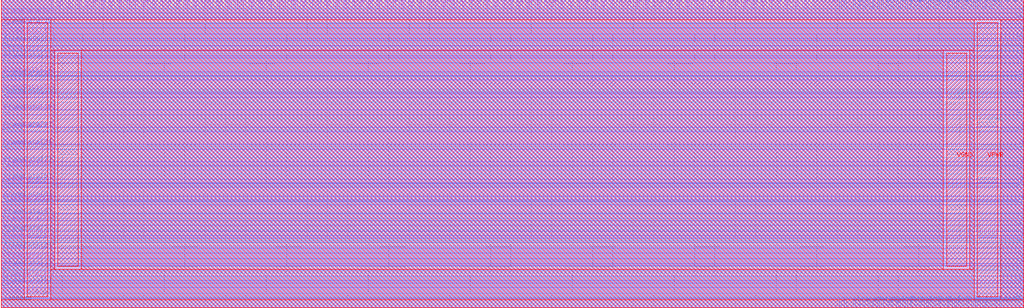
<source format=lef>
##
## LEF for PtnCells ;
## created by Innovus v15.20-p005_1 on Fri Jun 18 01:36:41 2021
##

VERSION 5.7 ;

BUSBITCHARS "[]" ;
DIVIDERCHAR "/" ;

MACRO S_term_RAM_IO
  CLASS BLOCK ;
  SIZE 100.2800 BY 30.2600 ;
  FOREIGN S_term_RAM_IO 0.0000 0.0000 ;
  ORIGIN 0 0 ;
  SYMMETRY X Y R90 ;
  PIN N1BEG[3]
    DIRECTION OUTPUT ;
    USE SIGNAL ;
    ANTENNAPARTIALMETALAREA 3.50455 LAYER li1  ;
    ANTENNAPARTIALMETALSIDEAREA 4.123 LAYER li1  ;
    ANTENNAPARTIALCUTAREA 0.0289 LAYER mcon  ;
    ANTENNADIFFAREA 0.4455 LAYER met1  ;
    ANTENNAPARTIALMETALAREA 1.3682 LAYER met1  ;
    ANTENNAPARTIALMETALSIDEAREA 6.804 LAYER met1  ;
    PORT
      LAYER li1 ;
        RECT 7.8600 29.5400 8.2400 30.2600 ;
    END
  END N1BEG[3]
  PIN N1BEG[2]
    DIRECTION OUTPUT ;
    USE SIGNAL ;
    ANTENNAPARTIALMETALAREA 2.11735 LAYER li1  ;
    ANTENNAPARTIALMETALSIDEAREA 2.491 LAYER li1  ;
    ANTENNAPARTIALCUTAREA 0.0289 LAYER mcon  ;
    ANTENNADIFFAREA 0.4455 LAYER met1  ;
    ANTENNAPARTIALMETALAREA 5.452 LAYER met1  ;
    ANTENNAPARTIALMETALSIDEAREA 27.223 LAYER met1  ;
    PORT
      LAYER li1 ;
        RECT 6.9400 29.5400 7.3200 30.2600 ;
    END
  END N1BEG[2]
  PIN N1BEG[1]
    DIRECTION OUTPUT ;
    USE SIGNAL ;
    ANTENNAPARTIALMETALAREA 3.37195 LAYER li1  ;
    ANTENNAPARTIALMETALSIDEAREA 3.967 LAYER li1  ;
    ANTENNAPARTIALCUTAREA 0.0289 LAYER mcon  ;
    ANTENNAPARTIALMETALAREA 3.1004 LAYER met1  ;
    ANTENNAPARTIALMETALSIDEAREA 15.4245 LAYER met1  ;
    ANTENNAPARTIALCUTAREA 0.0225 LAYER via  ;
    ANTENNAPARTIALMETALAREA 1.5539 LAYER met2  ;
    ANTENNAPARTIALMETALSIDEAREA 7.5985 LAYER met2  ;
    ANTENNAPARTIALCUTAREA 0.04 LAYER via2  ;
    ANTENNAPARTIALMETALAREA 1.8988 LAYER met3  ;
    ANTENNAPARTIALMETALSIDEAREA 11.064 LAYER met3  ;
    ANTENNAPARTIALCUTAREA 0.04 LAYER via3  ;
    ANTENNADIFFAREA 0.4455 LAYER met4  ;
    ANTENNAPARTIALMETALAREA 1.0338 LAYER met4  ;
    ANTENNAPARTIALMETALSIDEAREA 5.984 LAYER met4  ;
    PORT
      LAYER li1 ;
        RECT 6.0200 29.5400 6.4000 30.2600 ;
    END
  END N1BEG[1]
  PIN N1BEG[0]
    DIRECTION OUTPUT ;
    USE SIGNAL ;
    ANTENNAPARTIALMETALAREA 1.17555 LAYER li1  ;
    ANTENNAPARTIALMETALSIDEAREA 1.383 LAYER li1  ;
    ANTENNAPARTIALCUTAREA 0.0289 LAYER mcon  ;
    ANTENNAPARTIALMETALAREA 0.6224 LAYER met1  ;
    ANTENNAPARTIALMETALSIDEAREA 3.0345 LAYER met1  ;
    ANTENNAPARTIALCUTAREA 0.0225 LAYER via  ;
    ANTENNAPARTIALMETALAREA 1.3131 LAYER met2  ;
    ANTENNAPARTIALMETALSIDEAREA 6.3945 LAYER met2  ;
    ANTENNAPARTIALCUTAREA 0.04 LAYER via2  ;
    ANTENNAPARTIALMETALAREA 4.885 LAYER met3  ;
    ANTENNAPARTIALMETALSIDEAREA 26.52 LAYER met3  ;
    ANTENNAPARTIALCUTAREA 0.04 LAYER via3  ;
    ANTENNADIFFAREA 0.4455 LAYER met4  ;
    ANTENNAPARTIALMETALAREA 0.6678 LAYER met4  ;
    ANTENNAPARTIALMETALSIDEAREA 4.032 LAYER met4  ;
    PORT
      LAYER li1 ;
        RECT 5.1000 29.5400 5.4800 30.2600 ;
    END
  END N1BEG[0]
  PIN N2BEG[7]
    DIRECTION OUTPUT ;
    USE SIGNAL ;
    ANTENNAPARTIALMETALAREA 0.49895 LAYER li1  ;
    ANTENNAPARTIALMETALSIDEAREA 0.587 LAYER li1  ;
    ANTENNAPARTIALCUTAREA 0.0289 LAYER mcon  ;
    ANTENNAPARTIALMETALAREA 1.4596 LAYER met1  ;
    ANTENNAPARTIALMETALSIDEAREA 7.2205 LAYER met1  ;
    ANTENNAPARTIALCUTAREA 0.0225 LAYER via  ;
    ANTENNADIFFAREA 0.4455 LAYER met2  ;
    ANTENNAPARTIALMETALAREA 2.2328 LAYER met2  ;
    ANTENNAPARTIALMETALSIDEAREA 11.046 LAYER met2  ;
    PORT
      LAYER li1 ;
        RECT 16.6000 29.5400 16.9800 30.2600 ;
    END
  END N2BEG[7]
  PIN N2BEG[6]
    DIRECTION OUTPUT ;
    USE SIGNAL ;
    ANTENNAPARTIALMETALAREA 0.96135 LAYER li1  ;
    ANTENNAPARTIALMETALSIDEAREA 1.131 LAYER li1  ;
    ANTENNAPARTIALCUTAREA 0.0289 LAYER mcon  ;
    ANTENNAPARTIALMETALAREA 0.4936 LAYER met1  ;
    ANTENNAPARTIALMETALSIDEAREA 2.3905 LAYER met1  ;
    ANTENNAPARTIALCUTAREA 0.0225 LAYER via  ;
    ANTENNADIFFAREA 0.4455 LAYER met2  ;
    ANTENNAPARTIALMETALAREA 2.2972 LAYER met2  ;
    ANTENNAPARTIALMETALSIDEAREA 11.368 LAYER met2  ;
    PORT
      LAYER li1 ;
        RECT 15.2200 29.5400 15.6000 30.2600 ;
    END
  END N2BEG[6]
  PIN N2BEG[5]
    DIRECTION OUTPUT ;
    USE SIGNAL ;
    ANTENNAPARTIALMETALAREA 0.84575 LAYER li1  ;
    ANTENNAPARTIALMETALSIDEAREA 0.995 LAYER li1  ;
    ANTENNAPARTIALCUTAREA 0.0289 LAYER mcon  ;
    ANTENNAPARTIALMETALAREA 0.4292 LAYER met1  ;
    ANTENNAPARTIALMETALSIDEAREA 2.0685 LAYER met1  ;
    ANTENNAPARTIALCUTAREA 0.0225 LAYER via  ;
    ANTENNADIFFAREA 0.4455 LAYER met2  ;
    ANTENNAPARTIALMETALAREA 4.3088 LAYER met2  ;
    ANTENNAPARTIALMETALSIDEAREA 21.308 LAYER met2  ;
    PORT
      LAYER li1 ;
        RECT 14.3000 29.5400 14.6800 30.2600 ;
    END
  END N2BEG[5]
  PIN N2BEG[4]
    DIRECTION OUTPUT ;
    USE SIGNAL ;
    ANTENNAPARTIALMETALAREA 1.34895 LAYER li1  ;
    ANTENNAPARTIALMETALSIDEAREA 1.587 LAYER li1  ;
    ANTENNAPARTIALCUTAREA 0.0289 LAYER mcon  ;
    ANTENNAPARTIALMETALAREA 10.5876 LAYER met1  ;
    ANTENNAPARTIALMETALSIDEAREA 52.8605 LAYER met1  ;
    ANTENNAPARTIALCUTAREA 0.0225 LAYER via  ;
    ANTENNADIFFAREA 0.4455 LAYER met2  ;
    ANTENNAPARTIALMETALAREA 1.1688 LAYER met2  ;
    ANTENNAPARTIALMETALSIDEAREA 5.726 LAYER met2  ;
    PORT
      LAYER li1 ;
        RECT 13.3800 29.5400 13.7600 30.2600 ;
    END
  END N2BEG[4]
  PIN N2BEG[3]
    DIRECTION OUTPUT ;
    USE SIGNAL ;
    ANTENNAPARTIALMETALAREA 0.32555 LAYER li1  ;
    ANTENNAPARTIALMETALSIDEAREA 0.383 LAYER li1  ;
    ANTENNAPARTIALCUTAREA 0.0289 LAYER mcon  ;
    ANTENNAPARTIALMETALAREA 1.5884 LAYER met1  ;
    ANTENNAPARTIALMETALSIDEAREA 7.8645 LAYER met1  ;
    ANTENNAPARTIALCUTAREA 0.0225 LAYER via  ;
    ANTENNADIFFAREA 0.4455 LAYER met2  ;
    ANTENNAPARTIALMETALAREA 2.7396 LAYER met2  ;
    ANTENNAPARTIALMETALSIDEAREA 13.58 LAYER met2  ;
    PORT
      LAYER li1 ;
        RECT 12.0000 29.5400 12.3800 30.2600 ;
    END
  END N2BEG[3]
  PIN N2BEG[2]
    DIRECTION OUTPUT ;
    USE SIGNAL ;
    ANTENNAPARTIALMETALAREA 1.34895 LAYER li1  ;
    ANTENNAPARTIALMETALSIDEAREA 1.587 LAYER li1  ;
    ANTENNAPARTIALCUTAREA 0.0289 LAYER mcon  ;
    ANTENNAPARTIALMETALAREA 0.0832 LAYER met1  ;
    ANTENNAPARTIALMETALSIDEAREA 0.406 LAYER met1  ;
    ANTENNAPARTIALCUTAREA 0.0225 LAYER via  ;
    ANTENNADIFFAREA 0.4455 LAYER met2  ;
    ANTENNAPARTIALMETALAREA 1.7092 LAYER met2  ;
    ANTENNAPARTIALMETALSIDEAREA 8.428 LAYER met2  ;
    PORT
      LAYER li1 ;
        RECT 11.0800 29.5400 11.4600 30.2600 ;
    END
  END N2BEG[2]
  PIN N2BEG[1]
    DIRECTION OUTPUT ;
    USE SIGNAL ;
    ANTENNAPARTIALMETALAREA 1.07695 LAYER li1  ;
    ANTENNAPARTIALMETALSIDEAREA 1.267 LAYER li1  ;
    ANTENNAPARTIALCUTAREA 0.0289 LAYER mcon  ;
    ANTENNAPARTIALMETALAREA 6.0628 LAYER met1  ;
    ANTENNAPARTIALMETALSIDEAREA 30.2365 LAYER met1  ;
    ANTENNAPARTIALCUTAREA 0.0225 LAYER via  ;
    ANTENNADIFFAREA 0.4455 LAYER met2  ;
    ANTENNAPARTIALMETALAREA 2.8164 LAYER met2  ;
    ANTENNAPARTIALMETALSIDEAREA 13.846 LAYER met2  ;
    PORT
      LAYER li1 ;
        RECT 10.1600 29.5400 10.5400 30.2600 ;
    END
  END N2BEG[1]
  PIN N2BEG[0]
    DIRECTION OUTPUT ;
    USE SIGNAL ;
    ANTENNAPARTIALMETALAREA 3.77655 LAYER li1  ;
    ANTENNAPARTIALMETALSIDEAREA 4.443 LAYER li1  ;
    ANTENNAPARTIALCUTAREA 0.0289 LAYER mcon  ;
    ANTENNADIFFAREA 0.4455 LAYER met1  ;
    ANTENNAPARTIALMETALAREA 11.024 LAYER met1  ;
    ANTENNAPARTIALMETALSIDEAREA 55.083 LAYER met1  ;
    PORT
      LAYER li1 ;
        RECT 9.2400 29.5400 9.6200 30.2600 ;
    END
  END N2BEG[0]
  PIN N2BEGb[7]
    DIRECTION OUTPUT ;
    USE SIGNAL ;
    ANTENNAPARTIALMETALAREA 0.34595 LAYER li1  ;
    ANTENNAPARTIALMETALSIDEAREA 0.407 LAYER li1  ;
    ANTENNAPARTIALCUTAREA 0.0289 LAYER mcon  ;
    ANTENNAPARTIALMETALAREA 8.4932 LAYER met1  ;
    ANTENNAPARTIALMETALSIDEAREA 42.3885 LAYER met1  ;
    ANTENNAPARTIALCUTAREA 0.0225 LAYER via  ;
    ANTENNADIFFAREA 0.4455 LAYER met2  ;
    ANTENNAPARTIALMETALAREA 2.7256 LAYER met2  ;
    ANTENNAPARTIALMETALSIDEAREA 13.51 LAYER met2  ;
    PORT
      LAYER li1 ;
        RECT 24.8800 29.5400 25.2600 30.2600 ;
    END
  END N2BEGb[7]
  PIN N2BEGb[6]
    DIRECTION OUTPUT ;
    USE SIGNAL ;
    ANTENNAPARTIALMETALAREA 0.96135 LAYER li1  ;
    ANTENNAPARTIALMETALSIDEAREA 1.131 LAYER li1  ;
    ANTENNAPARTIALCUTAREA 0.0289 LAYER mcon  ;
    ANTENNAPARTIALMETALAREA 0.558 LAYER met1  ;
    ANTENNAPARTIALMETALSIDEAREA 2.7125 LAYER met1  ;
    ANTENNAPARTIALCUTAREA 0.0225 LAYER via  ;
    ANTENNADIFFAREA 0.4455 LAYER met2  ;
    ANTENNAPARTIALMETALAREA 2.2328 LAYER met2  ;
    ANTENNAPARTIALMETALSIDEAREA 11.046 LAYER met2  ;
    PORT
      LAYER li1 ;
        RECT 23.9600 29.5400 24.3400 30.2600 ;
    END
  END N2BEGb[6]
  PIN N2BEGb[5]
    DIRECTION OUTPUT ;
    USE SIGNAL ;
    ANTENNAPARTIALMETALAREA 0.78795 LAYER li1  ;
    ANTENNAPARTIALMETALSIDEAREA 0.927 LAYER li1  ;
    ANTENNAPARTIALCUTAREA 0.0289 LAYER mcon  ;
    ANTENNAPARTIALMETALAREA 1.846 LAYER met1  ;
    ANTENNAPARTIALMETALSIDEAREA 9.1525 LAYER met1  ;
    ANTENNAPARTIALCUTAREA 0.0225 LAYER via  ;
    ANTENNADIFFAREA 0.4455 LAYER met2  ;
    ANTENNAPARTIALMETALAREA 1.9304 LAYER met2  ;
    ANTENNAPARTIALMETALSIDEAREA 9.534 LAYER met2  ;
    PORT
      LAYER li1 ;
        RECT 22.5800 29.5400 22.9600 30.2600 ;
    END
  END N2BEGb[5]
  PIN N2BEGb[4]
    DIRECTION OUTPUT ;
    USE SIGNAL ;
    ANTENNAPARTIALMETALAREA 0.98175 LAYER li1  ;
    ANTENNAPARTIALMETALSIDEAREA 1.155 LAYER li1  ;
    ANTENNAPARTIALCUTAREA 0.0289 LAYER mcon  ;
    ANTENNAPARTIALMETALAREA 8.51 LAYER met1  ;
    ANTENNAPARTIALMETALSIDEAREA 42.4725 LAYER met1  ;
    ANTENNAPARTIALCUTAREA 0.0225 LAYER via  ;
    ANTENNADIFFAREA 0.4455 LAYER met2  ;
    ANTENNAPARTIALMETALAREA 0.6928 LAYER met2  ;
    ANTENNAPARTIALMETALSIDEAREA 3.346 LAYER met2  ;
    PORT
      LAYER li1 ;
        RECT 21.6600 29.5400 22.0400 30.2600 ;
    END
  END N2BEGb[4]
  PIN N2BEGb[3]
    DIRECTION OUTPUT ;
    USE SIGNAL ;
    ANTENNAPARTIALMETALAREA 0.38335 LAYER li1  ;
    ANTENNAPARTIALMETALSIDEAREA 0.451 LAYER li1  ;
    ANTENNAPARTIALCUTAREA 0.0289 LAYER mcon  ;
    ANTENNAPARTIALMETALAREA 1.9104 LAYER met1  ;
    ANTENNAPARTIALMETALSIDEAREA 9.4745 LAYER met1  ;
    ANTENNAPARTIALCUTAREA 0.0225 LAYER via  ;
    ANTENNADIFFAREA 0.4455 LAYER met2  ;
    ANTENNAPARTIALMETALAREA 4.6472 LAYER met2  ;
    ANTENNAPARTIALMETALSIDEAREA 22.764 LAYER met2  ;
    PORT
      LAYER li1 ;
        RECT 20.7400 29.5400 21.1200 30.2600 ;
    END
  END N2BEGb[3]
  PIN N2BEGb[2]
    DIRECTION OUTPUT ;
    USE SIGNAL ;
    ANTENNAPARTIALMETALAREA 0.96135 LAYER li1  ;
    ANTENNAPARTIALMETALSIDEAREA 1.131 LAYER li1  ;
    ANTENNAPARTIALCUTAREA 0.0289 LAYER mcon  ;
    ANTENNAPARTIALMETALAREA 0.0832 LAYER met1  ;
    ANTENNAPARTIALMETALSIDEAREA 0.406 LAYER met1  ;
    ANTENNAPARTIALCUTAREA 0.0225 LAYER via  ;
    ANTENNAPARTIALMETALAREA 0.4213 LAYER met2  ;
    ANTENNAPARTIALMETALSIDEAREA 1.9355 LAYER met2  ;
    ANTENNAPARTIALCUTAREA 0.04 LAYER via2  ;
    ANTENNAPARTIALMETALAREA 11.368 LAYER met3  ;
    ANTENNAPARTIALMETALSIDEAREA 61.096 LAYER met3  ;
    ANTENNAPARTIALCUTAREA 0.04 LAYER via3  ;
    ANTENNADIFFAREA 0.4455 LAYER met4  ;
    ANTENNAPARTIALMETALAREA 3.0546 LAYER met4  ;
    ANTENNAPARTIALMETALSIDEAREA 17.232 LAYER met4  ;
    PORT
      LAYER li1 ;
        RECT 19.3600 29.5400 19.7400 30.2600 ;
    END
  END N2BEGb[2]
  PIN N2BEGb[1]
    DIRECTION OUTPUT ;
    USE SIGNAL ;
    ANTENNAPARTIALCUTAREA 0.0289 LAYER mcon  ;
    ANTENNAPARTIALMETALAREA 1.1684 LAYER met1  ;
    ANTENNAPARTIALMETALSIDEAREA 5.7645 LAYER met1  ;
    ANTENNAPARTIALCUTAREA 0.0225 LAYER via  ;
    ANTENNADIFFAREA 0.4455 LAYER met2  ;
    ANTENNAPARTIALMETALAREA 5.3056 LAYER met2  ;
    ANTENNAPARTIALMETALSIDEAREA 26.292 LAYER met2  ;
    PORT
      LAYER li1 ;
        RECT 18.4400 29.5400 18.8200 30.2600 ;
    END
  END N2BEGb[1]
  PIN N2BEGb[0]
    DIRECTION OUTPUT ;
    USE SIGNAL ;
    ANTENNAPARTIALCUTAREA 0.0289 LAYER mcon  ;
    ANTENNAPARTIALMETALAREA 0.1716 LAYER met1  ;
    ANTENNAPARTIALMETALSIDEAREA 0.7805 LAYER met1  ;
    ANTENNAPARTIALCUTAREA 0.0225 LAYER via  ;
    ANTENNAPARTIALMETALAREA 0.1517 LAYER met2  ;
    ANTENNAPARTIALMETALSIDEAREA 0.5845 LAYER met2  ;
    ANTENNAPARTIALCUTAREA 0.04 LAYER via2  ;
    ANTENNAPARTIALMETALAREA 2.953 LAYER met3  ;
    ANTENNAPARTIALMETALSIDEAREA 16.216 LAYER met3  ;
    ANTENNAPARTIALCUTAREA 0.04 LAYER via3  ;
    ANTENNADIFFAREA 0.4455 LAYER met4  ;
    ANTENNAPARTIALMETALAREA 6.5166 LAYER met4  ;
    ANTENNAPARTIALMETALSIDEAREA 35.696 LAYER met4  ;
    PORT
      LAYER li1 ;
        RECT 17.5200 29.5400 17.9000 30.2600 ;
    END
  END N2BEGb[0]
  PIN N4BEG[15]
    DIRECTION OUTPUT ;
    USE SIGNAL ;
    ANTENNAPARTIALMETALAREA 0.30855 LAYER li1  ;
    ANTENNAPARTIALMETALSIDEAREA 0.363 LAYER li1  ;
    ANTENNAPARTIALCUTAREA 0.0289 LAYER mcon  ;
    ANTENNAPARTIALMETALAREA 2.28 LAYER met1  ;
    ANTENNAPARTIALMETALSIDEAREA 11.3225 LAYER met1  ;
    ANTENNAPARTIALCUTAREA 0.0225 LAYER via  ;
    ANTENNADIFFAREA 0.4455 LAYER met2  ;
    ANTENNAPARTIALMETALAREA 3.7808 LAYER met2  ;
    ANTENNAPARTIALMETALSIDEAREA 18.55 LAYER met2  ;
    PORT
      LAYER li1 ;
        RECT 41.4400 29.5400 41.8200 30.2600 ;
    END
  END N4BEG[15]
  PIN N4BEG[14]
    DIRECTION OUTPUT ;
    USE SIGNAL ;
    ANTENNAPARTIALMETALAREA 0.09435 LAYER li1  ;
    ANTENNAPARTIALMETALSIDEAREA 0.111 LAYER li1  ;
    ANTENNAPARTIALCUTAREA 0.0289 LAYER mcon  ;
    ANTENNAPARTIALMETALAREA 1.3952 LAYER met1  ;
    ANTENNAPARTIALMETALSIDEAREA 6.8985 LAYER met1  ;
    ANTENNAPARTIALCUTAREA 0.0225 LAYER via  ;
    ANTENNAPARTIALMETALAREA 1.9039 LAYER met2  ;
    ANTENNAPARTIALMETALSIDEAREA 9.3485 LAYER met2  ;
    ANTENNAPARTIALCUTAREA 0.04 LAYER via2  ;
    ANTENNADIFFAREA 0.4455 LAYER met3  ;
    ANTENNAPARTIALMETALAREA 11.3418 LAYER met3  ;
    ANTENNAPARTIALMETALSIDEAREA 60.96 LAYER met3  ;
    PORT
      LAYER li1 ;
        RECT 40.5200 29.5400 40.9000 30.2600 ;
    END
  END N4BEG[14]
  PIN N4BEG[13]
    DIRECTION OUTPUT ;
    USE SIGNAL ;
    ANTENNAPARTIALMETALAREA 0.75055 LAYER li1  ;
    ANTENNAPARTIALMETALSIDEAREA 0.883 LAYER li1  ;
    ANTENNAPARTIALCUTAREA 0.0289 LAYER mcon  ;
    ANTENNAPARTIALMETALAREA 2.6188 LAYER met1  ;
    ANTENNAPARTIALMETALSIDEAREA 13.0165 LAYER met1  ;
    ANTENNAPARTIALCUTAREA 0.0225 LAYER via  ;
    ANTENNADIFFAREA 0.4455 LAYER met2  ;
    ANTENNAPARTIALMETALAREA 2.5828 LAYER met2  ;
    ANTENNAPARTIALMETALSIDEAREA 12.796 LAYER met2  ;
    PORT
      LAYER li1 ;
        RECT 39.6000 29.5400 39.9800 30.2600 ;
    END
  END N4BEG[13]
  PIN N4BEG[12]
    DIRECTION OUTPUT ;
    USE SIGNAL ;
    ANTENNAPARTIALMETALAREA 1.58015 LAYER li1  ;
    ANTENNAPARTIALMETALSIDEAREA 1.859 LAYER li1  ;
    ANTENNAPARTIALCUTAREA 0.0289 LAYER mcon  ;
    ANTENNAPARTIALMETALAREA 0.4936 LAYER met1  ;
    ANTENNAPARTIALMETALSIDEAREA 2.3905 LAYER met1  ;
    ANTENNAPARTIALCUTAREA 0.0225 LAYER via  ;
    ANTENNADIFFAREA 0.4455 LAYER met2  ;
    ANTENNAPARTIALMETALAREA 2.1712 LAYER met2  ;
    ANTENNAPARTIALMETALSIDEAREA 10.738 LAYER met2  ;
    PORT
      LAYER li1 ;
        RECT 38.6800 29.5400 39.0600 30.2600 ;
    END
  END N4BEG[12]
  PIN N4BEG[11]
    DIRECTION OUTPUT ;
    USE SIGNAL ;
    ANTENNAPARTIALMETALAREA 0.38335 LAYER li1  ;
    ANTENNAPARTIALMETALSIDEAREA 0.451 LAYER li1  ;
    ANTENNAPARTIALCUTAREA 0.0289 LAYER mcon  ;
    ANTENNAPARTIALMETALAREA 1.1376 LAYER met1  ;
    ANTENNAPARTIALMETALSIDEAREA 5.6105 LAYER met1  ;
    ANTENNAPARTIALCUTAREA 0.0225 LAYER via  ;
    ANTENNAPARTIALMETALAREA 1.0261 LAYER met2  ;
    ANTENNAPARTIALMETALSIDEAREA 4.9595 LAYER met2  ;
    ANTENNAPARTIALCUTAREA 0.04 LAYER via2  ;
    ANTENNAPARTIALMETALAREA 2.608 LAYER met3  ;
    ANTENNAPARTIALMETALSIDEAREA 14.376 LAYER met3  ;
    ANTENNAPARTIALCUTAREA 0.04 LAYER via3  ;
    ANTENNADIFFAREA 0.4455 LAYER met4  ;
    ANTENNAPARTIALMETALAREA 4.0908 LAYER met4  ;
    ANTENNAPARTIALMETALSIDEAREA 22.288 LAYER met4  ;
    PORT
      LAYER li1 ;
        RECT 37.3000 29.5400 37.6800 30.2600 ;
    END
  END N4BEG[11]
  PIN N4BEG[10]
    DIRECTION OUTPUT ;
    USE SIGNAL ;
    ANTENNAPARTIALMETALAREA 0.44115 LAYER li1  ;
    ANTENNAPARTIALMETALSIDEAREA 0.519 LAYER li1  ;
    ANTENNAPARTIALCUTAREA 0.0289 LAYER mcon  ;
    ANTENNAPARTIALMETALAREA 3.1984 LAYER met1  ;
    ANTENNAPARTIALMETALSIDEAREA 15.9145 LAYER met1  ;
    ANTENNAPARTIALCUTAREA 0.0225 LAYER via  ;
    ANTENNADIFFAREA 0.4455 LAYER met2  ;
    ANTENNAPARTIALMETALAREA 2.216 LAYER met2  ;
    ANTENNAPARTIALMETALSIDEAREA 10.962 LAYER met2  ;
    PORT
      LAYER li1 ;
        RECT 36.3800 29.5400 36.7600 30.2600 ;
    END
  END N4BEG[10]
  PIN N4BEG[9]
    DIRECTION OUTPUT ;
    USE SIGNAL ;
    ANTENNAPARTIALMETALAREA 1.19255 LAYER li1  ;
    ANTENNAPARTIALMETALSIDEAREA 1.403 LAYER li1  ;
    ANTENNAPARTIALCUTAREA 0.0289 LAYER mcon  ;
    ANTENNAPARTIALMETALAREA 1.524 LAYER met1  ;
    ANTENNAPARTIALMETALSIDEAREA 7.5425 LAYER met1  ;
    ANTENNAPARTIALCUTAREA 0.0225 LAYER via  ;
    ANTENNADIFFAREA 0.4455 LAYER met2  ;
    ANTENNAPARTIALMETALAREA 1.726 LAYER met2  ;
    ANTENNAPARTIALMETALSIDEAREA 8.512 LAYER met2  ;
    PORT
      LAYER li1 ;
        RECT 35.4600 29.5400 35.8400 30.2600 ;
    END
  END N4BEG[9]
  PIN N4BEG[8]
    DIRECTION OUTPUT ;
    USE SIGNAL ;
    ANTENNAPARTIALMETALAREA 0.20995 LAYER li1  ;
    ANTENNAPARTIALMETALSIDEAREA 0.247 LAYER li1  ;
    ANTENNAPARTIALCUTAREA 0.0289 LAYER mcon  ;
    ANTENNAPARTIALMETALAREA 3.0528 LAYER met1  ;
    ANTENNAPARTIALMETALSIDEAREA 15.1865 LAYER met1  ;
    ANTENNAPARTIALCUTAREA 0.0225 LAYER via  ;
    ANTENNADIFFAREA 0.4455 LAYER met2  ;
    ANTENNAPARTIALMETALAREA 3.0448 LAYER met2  ;
    ANTENNAPARTIALMETALSIDEAREA 15.106 LAYER met2  ;
    PORT
      LAYER li1 ;
        RECT 34.0800 29.5400 34.4600 30.2600 ;
    END
  END N4BEG[8]
  PIN N4BEG[7]
    DIRECTION OUTPUT ;
    USE SIGNAL ;
    ANTENNAPARTIALMETALAREA 0.84575 LAYER li1  ;
    ANTENNAPARTIALMETALSIDEAREA 0.995 LAYER li1  ;
    ANTENNAPARTIALCUTAREA 0.0289 LAYER mcon  ;
    ANTENNAPARTIALMETALAREA 0.6224 LAYER met1  ;
    ANTENNAPARTIALMETALSIDEAREA 3.0345 LAYER met1  ;
    ANTENNAPARTIALCUTAREA 0.0225 LAYER via  ;
    ANTENNADIFFAREA 0.4455 LAYER met2  ;
    ANTENNAPARTIALMETALAREA 2.328 LAYER met2  ;
    ANTENNAPARTIALMETALSIDEAREA 11.522 LAYER met2  ;
    PORT
      LAYER li1 ;
        RECT 33.1600 29.5400 33.5400 30.2600 ;
    END
  END N4BEG[7]
  PIN N4BEG[6]
    DIRECTION OUTPUT ;
    USE SIGNAL ;
    ANTENNAPARTIALMETALAREA 1.42375 LAYER li1  ;
    ANTENNAPARTIALMETALSIDEAREA 1.675 LAYER li1  ;
    ANTENNAPARTIALCUTAREA 0.0289 LAYER mcon  ;
    ANTENNAPARTIALMETALAREA 0.1716 LAYER met1  ;
    ANTENNAPARTIALMETALSIDEAREA 0.7805 LAYER met1  ;
    ANTENNAPARTIALCUTAREA 0.0225 LAYER via  ;
    ANTENNADIFFAREA 0.4455 LAYER met2  ;
    ANTENNAPARTIALMETALAREA 1.4712 LAYER met2  ;
    ANTENNAPARTIALMETALSIDEAREA 7.238 LAYER met2  ;
    PORT
      LAYER li1 ;
        RECT 32.2400 29.5400 32.6200 30.2600 ;
    END
  END N4BEG[6]
  PIN N4BEG[5]
    DIRECTION OUTPUT ;
    USE SIGNAL ;
    ANTENNAPARTIALMETALAREA 0.61455 LAYER li1  ;
    ANTENNAPARTIALMETALSIDEAREA 0.723 LAYER li1  ;
    ANTENNAPARTIALCUTAREA 0.0289 LAYER mcon  ;
    ANTENNAPARTIALMETALAREA 3.246 LAYER met1  ;
    ANTENNAPARTIALMETALSIDEAREA 16.1525 LAYER met1  ;
    ANTENNAPARTIALCUTAREA 0.0225 LAYER via  ;
    ANTENNADIFFAREA 0.4455 LAYER met2  ;
    ANTENNAPARTIALMETALAREA 2.7184 LAYER met2  ;
    ANTENNAPARTIALMETALSIDEAREA 13.356 LAYER met2  ;
    PORT
      LAYER li1 ;
        RECT 31.3200 29.5400 31.7000 30.2600 ;
    END
  END N4BEG[5]
  PIN N4BEG[4]
    DIRECTION OUTPUT ;
    USE SIGNAL ;
    ANTENNAPARTIALMETALAREA 0.96135 LAYER li1  ;
    ANTENNAPARTIALMETALSIDEAREA 1.131 LAYER li1  ;
    ANTENNAPARTIALCUTAREA 0.0289 LAYER mcon  ;
    ANTENNAPARTIALMETALAREA 0.4292 LAYER met1  ;
    ANTENNAPARTIALMETALSIDEAREA 2.0685 LAYER met1  ;
    ANTENNAPARTIALCUTAREA 0.0225 LAYER via  ;
    ANTENNADIFFAREA 0.4455 LAYER met2  ;
    ANTENNAPARTIALMETALAREA 1.9566 LAYER met2  ;
    ANTENNAPARTIALMETALSIDEAREA 9.429 LAYER met2  ;
    PORT
      LAYER li1 ;
        RECT 29.9400 29.5400 30.3200 30.2600 ;
    END
  END N4BEG[4]
  PIN N4BEG[3]
    DIRECTION OUTPUT ;
    USE SIGNAL ;
    ANTENNAPARTIALMETALAREA 1.58015 LAYER li1  ;
    ANTENNAPARTIALMETALSIDEAREA 1.859 LAYER li1  ;
    ANTENNAPARTIALCUTAREA 0.0289 LAYER mcon  ;
    ANTENNAPARTIALMETALAREA 0.4292 LAYER met1  ;
    ANTENNAPARTIALMETALSIDEAREA 2.0685 LAYER met1  ;
    ANTENNAPARTIALCUTAREA 0.0225 LAYER via  ;
    ANTENNADIFFAREA 0.4455 LAYER met2  ;
    ANTENNAPARTIALMETALAREA 1.502 LAYER met2  ;
    ANTENNAPARTIALMETALSIDEAREA 7.392 LAYER met2  ;
    PORT
      LAYER li1 ;
        RECT 29.0200 29.5400 29.4000 30.2600 ;
    END
  END N4BEG[3]
  PIN N4BEG[2]
    DIRECTION OUTPUT ;
    USE SIGNAL ;
    ANTENNAPARTIALCUTAREA 0.0289 LAYER mcon  ;
    ANTENNAPARTIALMETALAREA 1.6528 LAYER met1  ;
    ANTENNAPARTIALMETALSIDEAREA 8.1865 LAYER met1  ;
    ANTENNAPARTIALCUTAREA 0.0225 LAYER via  ;
    ANTENNADIFFAREA 0.4455 LAYER met2  ;
    ANTENNAPARTIALMETALAREA 4.6896 LAYER met2  ;
    ANTENNAPARTIALMETALSIDEAREA 23.212 LAYER met2  ;
    PORT
      LAYER li1 ;
        RECT 28.1000 29.5400 28.4800 30.2600 ;
    END
  END N4BEG[2]
  PIN N4BEG[1]
    DIRECTION OUTPUT ;
    USE SIGNAL ;
    ANTENNAPARTIALMETALAREA 1.42375 LAYER li1  ;
    ANTENNAPARTIALMETALSIDEAREA 1.675 LAYER li1  ;
    ANTENNAPARTIALCUTAREA 0.0289 LAYER mcon  ;
    ANTENNAPARTIALMETALAREA 0.4936 LAYER met1  ;
    ANTENNAPARTIALMETALSIDEAREA 2.3905 LAYER met1  ;
    ANTENNAPARTIALCUTAREA 0.0225 LAYER via  ;
    ANTENNADIFFAREA 0.4455 LAYER met2  ;
    ANTENNAPARTIALMETALAREA 1.4068 LAYER met2  ;
    ANTENNAPARTIALMETALSIDEAREA 6.916 LAYER met2  ;
    PORT
      LAYER li1 ;
        RECT 26.7200 29.5400 27.1000 30.2600 ;
    END
  END N4BEG[1]
  PIN N4BEG[0]
    DIRECTION OUTPUT ;
    USE SIGNAL ;
    ANTENNAPARTIALMETALAREA 1.52235 LAYER li1  ;
    ANTENNAPARTIALMETALSIDEAREA 1.791 LAYER li1  ;
    ANTENNAPARTIALCUTAREA 0.0289 LAYER mcon  ;
    ANTENNAPARTIALMETALAREA 1.5716 LAYER met1  ;
    ANTENNAPARTIALMETALSIDEAREA 7.7805 LAYER met1  ;
    ANTENNAPARTIALCUTAREA 0.0225 LAYER via  ;
    ANTENNADIFFAREA 0.4455 LAYER met2  ;
    ANTENNAPARTIALMETALAREA 1.5188 LAYER met2  ;
    ANTENNAPARTIALMETALSIDEAREA 7.476 LAYER met2  ;
    PORT
      LAYER li1 ;
        RECT 25.8000 29.5400 26.1800 30.2600 ;
    END
  END N4BEG[0]
  PIN S1END[3]
    DIRECTION INPUT ;
    USE SIGNAL ;
    ANTENNAPARTIALMETALAREA 0.38335 LAYER li1  ;
    ANTENNAPARTIALMETALSIDEAREA 0.451 LAYER li1  ;
    ANTENNAPARTIALCUTAREA 0.0289 LAYER mcon  ;
    ANTENNAPARTIALMETALAREA 3.5204 LAYER met1  ;
    ANTENNAPARTIALMETALSIDEAREA 17.5245 LAYER met1  ;
    ANTENNAPARTIALCUTAREA 0.0225 LAYER via  ;
    ANTENNAPARTIALMETALAREA 2.5996 LAYER met2  ;
    ANTENNAPARTIALMETALSIDEAREA 12.88 LAYER met2  ;
    ANTENNAMODEL OXIDE1 ;
    ANTENNAGATEAREA 0.159 LAYER met2  ;
    ANTENNAMAXAREACAR 21.0903 LAYER met2  ;
    ANTENNAMAXSIDEAREACAR 101.003 LAYER met2  ;
    ANTENNAMAXCUTCAR 0.32327 LAYER via2  ;
    PORT
      LAYER li1 ;
        RECT 45.5800 29.5400 45.9600 30.2600 ;
    END
  END S1END[3]
  PIN S1END[2]
    DIRECTION INPUT ;
    USE SIGNAL ;
    ANTENNAPARTIALMETALAREA 0.67235 LAYER li1  ;
    ANTENNAPARTIALMETALSIDEAREA 0.791 LAYER li1  ;
    ANTENNAPARTIALCUTAREA 0.0289 LAYER mcon  ;
    ANTENNAPARTIALMETALAREA 3.6324 LAYER met1  ;
    ANTENNAPARTIALMETALSIDEAREA 18.0845 LAYER met1  ;
    ANTENNAPARTIALCUTAREA 0.0225 LAYER via  ;
    ANTENNAPARTIALMETALAREA 1.8688 LAYER met2  ;
    ANTENNAPARTIALMETALSIDEAREA 9.226 LAYER met2  ;
    ANTENNAMODEL OXIDE1 ;
    ANTENNAGATEAREA 0.159 LAYER met2  ;
    ANTENNAMAXAREACAR 14.0638 LAYER met2  ;
    ANTENNAMAXSIDEAREACAR 65.8711 LAYER met2  ;
    ANTENNAMAXCUTCAR 0.32327 LAYER via2  ;
    PORT
      LAYER li1 ;
        RECT 44.6600 29.5400 45.0400 30.2600 ;
    END
  END S1END[2]
  PIN S1END[1]
    DIRECTION INPUT ;
    USE SIGNAL ;
    ANTENNAPARTIALMETALAREA 1.58015 LAYER li1  ;
    ANTENNAPARTIALMETALSIDEAREA 1.859 LAYER li1  ;
    ANTENNAPARTIALCUTAREA 0.0289 LAYER mcon  ;
    ANTENNAPARTIALMETALAREA 0.0832 LAYER met1  ;
    ANTENNAPARTIALMETALSIDEAREA 0.406 LAYER met1  ;
    ANTENNAPARTIALCUTAREA 0.0225 LAYER via  ;
    ANTENNAPARTIALMETALAREA 0.8356 LAYER met2  ;
    ANTENNAPARTIALMETALSIDEAREA 4.06 LAYER met2  ;
    ANTENNAMODEL OXIDE1 ;
    ANTENNAGATEAREA 0.159 LAYER met2  ;
    ANTENNAMAXAREACAR 7.48648 LAYER met2  ;
    ANTENNAMAXSIDEAREACAR 32.9843 LAYER met2  ;
    ANTENNAMAXCUTCAR 0.32327 LAYER via2  ;
    PORT
      LAYER li1 ;
        RECT 43.7400 29.5400 44.1200 30.2600 ;
    END
  END S1END[1]
  PIN S1END[0]
    DIRECTION INPUT ;
    USE SIGNAL ;
    ANTENNAPARTIALMETALAREA 0.19635 LAYER li1  ;
    ANTENNAPARTIALMETALSIDEAREA 0.231 LAYER li1  ;
    ANTENNAPARTIALCUTAREA 0.0289 LAYER mcon  ;
    ANTENNAPARTIALMETALAREA 3.89 LAYER met1  ;
    ANTENNAPARTIALMETALSIDEAREA 19.3725 LAYER met1  ;
    ANTENNAPARTIALCUTAREA 0.0225 LAYER via  ;
    ANTENNAPARTIALMETALAREA 3.2184 LAYER met2  ;
    ANTENNAPARTIALMETALSIDEAREA 15.974 LAYER met2  ;
    ANTENNAMODEL OXIDE1 ;
    ANTENNAGATEAREA 0.159 LAYER met2  ;
    ANTENNAMAXAREACAR 22.5519 LAYER met2  ;
    ANTENNAMAXSIDEAREACAR 108.311 LAYER met2  ;
    ANTENNAMAXCUTCAR 0.32327 LAYER via2  ;
    PORT
      LAYER li1 ;
        RECT 42.8200 29.5400 43.2000 30.2600 ;
    END
  END S1END[0]
  PIN S2MID[7]
    DIRECTION INPUT ;
    USE SIGNAL ;
    ANTENNAPARTIALMETALAREA 0.55675 LAYER li1  ;
    ANTENNAPARTIALMETALSIDEAREA 0.655 LAYER li1  ;
    ANTENNAPARTIALCUTAREA 0.0289 LAYER mcon  ;
    ANTENNAPARTIALMETALAREA 3.2628 LAYER met1  ;
    ANTENNAPARTIALMETALSIDEAREA 16.2365 LAYER met1  ;
    ANTENNAPARTIALCUTAREA 0.0225 LAYER via  ;
    ANTENNAPARTIALMETALAREA 2.5968 LAYER met2  ;
    ANTENNAPARTIALMETALSIDEAREA 12.866 LAYER met2  ;
    ANTENNAMODEL OXIDE1 ;
    ANTENNAGATEAREA 0.159 LAYER met2  ;
    ANTENNAMAXAREACAR 18.6425 LAYER met2  ;
    ANTENNAMAXSIDEAREACAR 88.7642 LAYER met2  ;
    ANTENNAMAXCUTCAR 0.32327 LAYER via2  ;
    PORT
      LAYER li1 ;
        RECT 62.6000 29.5400 62.9800 30.2600 ;
    END
  END S2MID[7]
  PIN S2MID[6]
    DIRECTION INPUT ;
    USE SIGNAL ;
    ANTENNAPARTIALMETALAREA 1.42375 LAYER li1  ;
    ANTENNAPARTIALMETALSIDEAREA 1.675 LAYER li1  ;
    ANTENNAPARTIALCUTAREA 0.0289 LAYER mcon  ;
    ANTENNAPARTIALMETALAREA 0.6224 LAYER met1  ;
    ANTENNAPARTIALMETALSIDEAREA 3.0345 LAYER met1  ;
    ANTENNAPARTIALCUTAREA 0.0225 LAYER via  ;
    ANTENNAPARTIALMETALAREA 1.5496 LAYER met2  ;
    ANTENNAPARTIALMETALSIDEAREA 7.63 LAYER met2  ;
    ANTENNAMODEL OXIDE1 ;
    ANTENNAGATEAREA 0.159 LAYER met2  ;
    ANTENNAMAXAREACAR 12.4613 LAYER met2  ;
    ANTENNAMAXSIDEAREACAR 57.8585 LAYER met2  ;
    ANTENNAMAXCUTCAR 0.32327 LAYER via2  ;
    PORT
      LAYER li1 ;
        RECT 61.6800 29.5400 62.0600 30.2600 ;
    END
  END S2MID[6]
  PIN S2MID[5]
    DIRECTION INPUT ;
    USE SIGNAL ;
    ANTENNAPARTIALMETALAREA 0.96135 LAYER li1  ;
    ANTENNAPARTIALMETALSIDEAREA 1.131 LAYER li1  ;
    ANTENNAPARTIALCUTAREA 0.0289 LAYER mcon  ;
    ANTENNAPARTIALMETALAREA 3.9068 LAYER met1  ;
    ANTENNAPARTIALMETALSIDEAREA 19.4565 LAYER met1  ;
    ANTENNAPARTIALCUTAREA 0.0225 LAYER via  ;
    ANTENNAPARTIALMETALAREA 0.5921 LAYER met2  ;
    ANTENNAPARTIALMETALSIDEAREA 2.7895 LAYER met2  ;
    ANTENNAPARTIALCUTAREA 0.04 LAYER via2  ;
    ANTENNAPARTIALMETALAREA 3.298 LAYER met3  ;
    ANTENNAPARTIALMETALSIDEAREA 18.056 LAYER met3  ;
    ANTENNAPARTIALCUTAREA 0.04 LAYER via3  ;
    ANTENNAPARTIALMETALAREA 3.7788 LAYER met4  ;
    ANTENNAPARTIALMETALSIDEAREA 20.624 LAYER met4  ;
    ANTENNAMODEL OXIDE1 ;
    ANTENNAGATEAREA 0.159 LAYER met4  ;
    ANTENNAMAXAREACAR 33.3248 LAYER met4  ;
    ANTENNAMAXSIDEAREACAR 177.789 LAYER met4  ;
    ANTENNAMAXCUTCAR 0.826415 LAYER via4  ;
    PORT
      LAYER li1 ;
        RECT 60.3000 29.5400 60.6800 30.2600 ;
    END
  END S2MID[5]
  PIN S2MID[4]
    DIRECTION INPUT ;
    USE SIGNAL ;
    ANTENNAPARTIALMETALAREA 1.50195 LAYER li1  ;
    ANTENNAPARTIALMETALSIDEAREA 1.767 LAYER li1  ;
    ANTENNAPARTIALCUTAREA 0.0289 LAYER mcon  ;
    ANTENNAPARTIALMETALAREA 0.1716 LAYER met1  ;
    ANTENNAPARTIALMETALSIDEAREA 0.7805 LAYER met1  ;
    ANTENNAPARTIALCUTAREA 0.0225 LAYER via  ;
    ANTENNAPARTIALMETALAREA 1.8352 LAYER met2  ;
    ANTENNAPARTIALMETALSIDEAREA 9.058 LAYER met2  ;
    ANTENNAMODEL OXIDE1 ;
    ANTENNAGATEAREA 0.159 LAYER met2  ;
    ANTENNAMAXAREACAR 27.9041 LAYER met2  ;
    ANTENNAMAXSIDEAREACAR 132.047 LAYER met2  ;
    ANTENNAMAXCUTCAR 0.32327 LAYER via2  ;
    PORT
      LAYER li1 ;
        RECT 59.3800 29.5400 59.7600 30.2600 ;
    END
  END S2MID[4]
  PIN S2MID[3]
    DIRECTION INPUT ;
    USE SIGNAL ;
    ANTENNAPARTIALMETALAREA 0.61455 LAYER li1  ;
    ANTENNAPARTIALMETALSIDEAREA 0.723 LAYER li1  ;
    ANTENNAPARTIALCUTAREA 0.0289 LAYER mcon  ;
    ANTENNAPARTIALMETALAREA 3.9712 LAYER met1  ;
    ANTENNAPARTIALMETALSIDEAREA 19.7785 LAYER met1  ;
    ANTENNAPARTIALCUTAREA 0.0225 LAYER via  ;
    ANTENNAPARTIALMETALAREA 1.852 LAYER met2  ;
    ANTENNAPARTIALMETALSIDEAREA 9.142 LAYER met2  ;
    ANTENNAMODEL OXIDE1 ;
    ANTENNAGATEAREA 0.159 LAYER met2  ;
    ANTENNAMAXAREACAR 12.9972 LAYER met2  ;
    ANTENNAMAXSIDEAREACAR 60.9623 LAYER met2  ;
    ANTENNAMAXCUTCAR 0.32327 LAYER via2  ;
    PORT
      LAYER li1 ;
        RECT 58.4600 29.5400 58.8400 30.2600 ;
    END
  END S2MID[3]
  PIN S2MID[2]
    DIRECTION INPUT ;
    USE SIGNAL ;
    ANTENNAPARTIALMETALAREA 0.84575 LAYER li1  ;
    ANTENNAPARTIALMETALSIDEAREA 0.995 LAYER li1  ;
    ANTENNAPARTIALCUTAREA 0.0289 LAYER mcon  ;
    ANTENNAPARTIALMETALAREA 2.49 LAYER met1  ;
    ANTENNAPARTIALMETALSIDEAREA 12.3725 LAYER met1  ;
    ANTENNAPARTIALCUTAREA 0.0225 LAYER via  ;
    ANTENNAPARTIALMETALAREA 2.1544 LAYER met2  ;
    ANTENNAPARTIALMETALSIDEAREA 10.654 LAYER met2  ;
    ANTENNAMODEL OXIDE1 ;
    ANTENNAGATEAREA 0.159 LAYER met2  ;
    ANTENNAMAXAREACAR 17.0752 LAYER met2  ;
    ANTENNAMAXSIDEAREACAR 80.9277 LAYER met2  ;
    ANTENNAMAXCUTCAR 0.32327 LAYER via2  ;
    PORT
      LAYER li1 ;
        RECT 57.5400 29.5400 57.9200 30.2600 ;
    END
  END S2MID[2]
  PIN S2MID[1]
    DIRECTION INPUT ;
    USE SIGNAL ;
    ANTENNAPARTIALMETALAREA 0.32555 LAYER li1  ;
    ANTENNAPARTIALMETALSIDEAREA 0.383 LAYER li1  ;
    ANTENNAPARTIALCUTAREA 0.0289 LAYER mcon  ;
    ANTENNAPARTIALMETALAREA 5.4356 LAYER met1  ;
    ANTENNAPARTIALMETALSIDEAREA 27.1005 LAYER met1  ;
    ANTENNAPARTIALCUTAREA 0.0225 LAYER via  ;
    ANTENNAPARTIALMETALAREA 0.9925 LAYER met2  ;
    ANTENNAPARTIALMETALSIDEAREA 4.7915 LAYER met2  ;
    ANTENNAPARTIALCUTAREA 0.04 LAYER via2  ;
    ANTENNAPARTIALMETALAREA 0.331 LAYER met3  ;
    ANTENNAPARTIALMETALSIDEAREA 2.232 LAYER met3  ;
    ANTENNAPARTIALCUTAREA 0.04 LAYER via3  ;
    ANTENNAPARTIALMETALAREA 3.5958 LAYER met4  ;
    ANTENNAPARTIALMETALSIDEAREA 19.648 LAYER met4  ;
    ANTENNAMODEL OXIDE1 ;
    ANTENNAGATEAREA 0.159 LAYER met4  ;
    ANTENNAMAXAREACAR 35.3487 LAYER met4  ;
    ANTENNAMAXSIDEAREACAR 188.827 LAYER met4  ;
    ANTENNAMAXCUTCAR 0.826415 LAYER via4  ;
    PORT
      LAYER li1 ;
        RECT 56.1600 29.5400 56.5400 30.2600 ;
    END
  END S2MID[1]
  PIN S2MID[0]
    DIRECTION INPUT ;
    USE SIGNAL ;
    ANTENNAPARTIALMETALAREA 0.84575 LAYER li1  ;
    ANTENNAPARTIALMETALSIDEAREA 0.995 LAYER li1  ;
    ANTENNAPARTIALCUTAREA 0.0289 LAYER mcon  ;
    ANTENNAPARTIALMETALAREA 2.4256 LAYER met1  ;
    ANTENNAPARTIALMETALSIDEAREA 12.0505 LAYER met1  ;
    ANTENNAPARTIALCUTAREA 0.0225 LAYER via  ;
    ANTENNAPARTIALMETALAREA 2.7688 LAYER met2  ;
    ANTENNAPARTIALMETALSIDEAREA 13.608 LAYER met2  ;
    ANTENNAMODEL OXIDE1 ;
    ANTENNAGATEAREA 0.159 LAYER met2  ;
    ANTENNAMAXAREACAR 26.1255 LAYER met2  ;
    ANTENNAMAXSIDEAREACAR 125.437 LAYER met2  ;
    ANTENNAMAXCUTCAR 0.32327 LAYER via2  ;
    PORT
      LAYER li1 ;
        RECT 55.2400 29.5400 55.6200 30.2600 ;
    END
  END S2MID[0]
  PIN S2END[7]
    DIRECTION INPUT ;
    USE SIGNAL ;
    ANTENNAPARTIALMETALAREA 0.73015 LAYER li1  ;
    ANTENNAPARTIALMETALSIDEAREA 0.859 LAYER li1  ;
    ANTENNAPARTIALCUTAREA 0.0289 LAYER mcon  ;
    ANTENNAPARTIALMETALAREA 4.2288 LAYER met1  ;
    ANTENNAPARTIALMETALSIDEAREA 21.0665 LAYER met1  ;
    ANTENNAPARTIALCUTAREA 0.0225 LAYER via  ;
    ANTENNAPARTIALMETALAREA 1.3592 LAYER met2  ;
    ANTENNAPARTIALMETALSIDEAREA 6.678 LAYER met2  ;
    ANTENNAMODEL OXIDE1 ;
    ANTENNAGATEAREA 0.159 LAYER met2  ;
    ANTENNAMAXAREACAR 10.4538 LAYER met2  ;
    ANTENNAMAXSIDEAREACAR 47.8208 LAYER met2  ;
    ANTENNAMAXCUTCAR 0.32327 LAYER via2  ;
    PORT
      LAYER li1 ;
        RECT 54.3200 29.5400 54.7000 30.2600 ;
    END
  END S2END[7]
  PIN S2END[6]
    DIRECTION INPUT ;
    USE SIGNAL ;
    ANTENNAPARTIALMETALAREA 1.13475 LAYER li1  ;
    ANTENNAPARTIALMETALSIDEAREA 1.335 LAYER li1  ;
    ANTENNAPARTIALCUTAREA 0.0289 LAYER mcon  ;
    ANTENNAPARTIALMETALAREA 1.1376 LAYER met1  ;
    ANTENNAPARTIALMETALSIDEAREA 5.6105 LAYER met1  ;
    ANTENNAPARTIALCUTAREA 0.0225 LAYER via  ;
    ANTENNAPARTIALMETALAREA 0.7909 LAYER met2  ;
    ANTENNAPARTIALMETALSIDEAREA 3.7835 LAYER met2  ;
    ANTENNAPARTIALCUTAREA 0.04 LAYER via2  ;
    ANTENNAPARTIALMETALAREA 3.091 LAYER met3  ;
    ANTENNAPARTIALMETALSIDEAREA 16.952 LAYER met3  ;
    ANTENNAPARTIALCUTAREA 0.04 LAYER via3  ;
    ANTENNAPARTIALMETALAREA 0.7158 LAYER met4  ;
    ANTENNAPARTIALMETALSIDEAREA 4.288 LAYER met4  ;
    ANTENNAMODEL OXIDE1 ;
    ANTENNAGATEAREA 0.159 LAYER met4  ;
    ANTENNAMAXAREACAR 48.028 LAYER met4  ;
    ANTENNAMAXSIDEAREACAR 253.377 LAYER met4  ;
    ANTENNAMAXCUTCAR 0.826415 LAYER via4  ;
    PORT
      LAYER li1 ;
        RECT 52.9400 29.5400 53.3200 30.2600 ;
    END
  END S2END[6]
  PIN S2END[5]
    DIRECTION INPUT ;
    USE SIGNAL ;
    ANTENNAPARTIALMETALAREA 0.15215 LAYER li1  ;
    ANTENNAPARTIALMETALSIDEAREA 0.179 LAYER li1  ;
    ANTENNAPARTIALCUTAREA 0.0289 LAYER mcon  ;
    ANTENNAPARTIALMETALAREA 2.0392 LAYER met1  ;
    ANTENNAPARTIALMETALSIDEAREA 10.1185 LAYER met1  ;
    ANTENNAPARTIALCUTAREA 0.0225 LAYER via  ;
    ANTENNAPARTIALMETALAREA 3.1804 LAYER met2  ;
    ANTENNAPARTIALMETALSIDEAREA 15.666 LAYER met2  ;
    ANTENNAMODEL OXIDE1 ;
    ANTENNAGATEAREA 0.159 LAYER met2  ;
    ANTENNAMAXAREACAR 22.7179 LAYER met2  ;
    ANTENNAMAXSIDEAREACAR 108.399 LAYER met2  ;
    ANTENNAMAXCUTCAR 0.32327 LAYER via2  ;
    PORT
      LAYER li1 ;
        RECT 52.0200 29.5400 52.4000 30.2600 ;
    END
  END S2END[5]
  PIN S2END[4]
    DIRECTION INPUT ;
    USE SIGNAL ;
    ANTENNAPARTIALMETALAREA 0.55675 LAYER li1  ;
    ANTENNAPARTIALMETALSIDEAREA 0.655 LAYER li1  ;
    ANTENNAPARTIALCUTAREA 0.0289 LAYER mcon  ;
    ANTENNAPARTIALMETALAREA 1.6528 LAYER met1  ;
    ANTENNAPARTIALMETALSIDEAREA 8.1865 LAYER met1  ;
    ANTENNAPARTIALCUTAREA 0.0225 LAYER via  ;
    ANTENNAPARTIALMETALAREA 2.84 LAYER met2  ;
    ANTENNAPARTIALMETALSIDEAREA 13.846 LAYER met2  ;
    ANTENNAMODEL OXIDE1 ;
    ANTENNAGATEAREA 0.159 LAYER met2  ;
    ANTENNAMAXAREACAR 19.211 LAYER met2  ;
    ANTENNAMAXSIDEAREACAR 90.5472 LAYER met2  ;
    ANTENNAMAXCUTCAR 0.32327 LAYER via2  ;
    PORT
      LAYER li1 ;
        RECT 51.1000 29.5400 51.4800 30.2600 ;
    END
  END S2END[4]
  PIN S2END[3]
    DIRECTION INPUT ;
    USE SIGNAL ;
    ANTENNAPARTIALMETALAREA 0.09435 LAYER li1  ;
    ANTENNAPARTIALMETALSIDEAREA 0.111 LAYER li1  ;
    ANTENNAPARTIALCUTAREA 0.0289 LAYER mcon  ;
    ANTENNAPARTIALMETALAREA 4.744 LAYER met1  ;
    ANTENNAPARTIALMETALSIDEAREA 23.6425 LAYER met1  ;
    ANTENNAPARTIALCUTAREA 0.0225 LAYER via  ;
    ANTENNAPARTIALMETALAREA 1.4544 LAYER met2  ;
    ANTENNAPARTIALMETALSIDEAREA 7.154 LAYER met2  ;
    ANTENNAMODEL OXIDE1 ;
    ANTENNAGATEAREA 0.159 LAYER met2  ;
    ANTENNAMAXAREACAR 11.4575 LAYER met2  ;
    ANTENNAMAXSIDEAREACAR 52.8396 LAYER met2  ;
    ANTENNAMAXCUTCAR 0.32327 LAYER via2  ;
    PORT
      LAYER li1 ;
        RECT 50.1800 29.5400 50.5600 30.2600 ;
    END
  END S2END[3]
  PIN S2END[2]
    DIRECTION INPUT ;
    USE SIGNAL ;
    ANTENNAPARTIALMETALAREA 0.15215 LAYER li1  ;
    ANTENNAPARTIALMETALSIDEAREA 0.179 LAYER li1  ;
    ANTENNAPARTIALCUTAREA 0.0289 LAYER mcon  ;
    ANTENNAPARTIALMETALAREA 4.9848 LAYER met1  ;
    ANTENNAPARTIALMETALSIDEAREA 24.8465 LAYER met1  ;
    ANTENNAPARTIALCUTAREA 0.0225 LAYER via  ;
    ANTENNAPARTIALMETALAREA 2.5492 LAYER met2  ;
    ANTENNAPARTIALMETALSIDEAREA 12.628 LAYER met2  ;
    ANTENNAMODEL OXIDE1 ;
    ANTENNAGATEAREA 0.159 LAYER met2  ;
    ANTENNAMAXAREACAR 19.4789 LAYER met2  ;
    ANTENNAMAXSIDEAREACAR 92.9465 LAYER met2  ;
    ANTENNAMAXCUTCAR 0.32327 LAYER via2  ;
    PORT
      LAYER li1 ;
        RECT 48.8000 29.5400 49.1800 30.2600 ;
    END
  END S2END[2]
  PIN S2END[1]
    DIRECTION INPUT ;
    USE SIGNAL ;
    ANTENNAPARTIALMETALAREA 1.13475 LAYER li1  ;
    ANTENNAPARTIALMETALSIDEAREA 1.335 LAYER li1  ;
    ANTENNAPARTIALCUTAREA 0.0289 LAYER mcon  ;
    ANTENNAPARTIALMETALAREA 2.9048 LAYER met1  ;
    ANTENNAPARTIALMETALSIDEAREA 14.4095 LAYER met1  ;
    ANTENNAPARTIALCUTAREA 0.0225 LAYER via  ;
    ANTENNAPARTIALMETALAREA 2.1808 LAYER met2  ;
    ANTENNAPARTIALMETALSIDEAREA 10.668 LAYER met2  ;
    ANTENNAMODEL OXIDE1 ;
    ANTENNAGATEAREA 0.159 LAYER met2  ;
    ANTENNAMAXAREACAR 18.0513 LAYER met2  ;
    ANTENNAMAXSIDEAREACAR 85.066 LAYER met2  ;
    ANTENNAMAXCUTCAR 0.32327 LAYER via2  ;
    PORT
      LAYER li1 ;
        RECT 47.8800 29.5400 48.2600 30.2600 ;
    END
  END S2END[1]
  PIN S2END[0]
    DIRECTION INPUT ;
    USE SIGNAL ;
    ANTENNAPARTIALMETALAREA 1.58015 LAYER li1  ;
    ANTENNAPARTIALMETALSIDEAREA 1.859 LAYER li1  ;
    ANTENNAPARTIALCUTAREA 0.0289 LAYER mcon  ;
    ANTENNAPARTIALMETALAREA 1.2664 LAYER met1  ;
    ANTENNAPARTIALMETALSIDEAREA 6.2545 LAYER met1  ;
    ANTENNAPARTIALCUTAREA 0.0225 LAYER via  ;
    ANTENNAPARTIALMETALAREA 1.2151 LAYER met2  ;
    ANTENNAPARTIALMETALSIDEAREA 5.9045 LAYER met2  ;
    ANTENNAPARTIALCUTAREA 0.04 LAYER via2  ;
    ANTENNAPARTIALMETALAREA 0.538 LAYER met3  ;
    ANTENNAPARTIALMETALSIDEAREA 3.336 LAYER met3  ;
    ANTENNAPARTIALCUTAREA 0.04 LAYER via3  ;
    ANTENNAPARTIALMETALAREA 2.7846 LAYER met4  ;
    ANTENNAPARTIALMETALSIDEAREA 15.792 LAYER met4  ;
    ANTENNAMODEL OXIDE1 ;
    ANTENNAGATEAREA 0.159 LAYER met4  ;
    ANTENNAMAXAREACAR 41.6104 LAYER met4  ;
    ANTENNAMAXSIDEAREACAR 224.73 LAYER met4  ;
    ANTENNAMAXCUTCAR 0.826415 LAYER via4  ;
    PORT
      LAYER li1 ;
        RECT 46.9600 29.5400 47.3400 30.2600 ;
    END
  END S2END[0]
  PIN S4END[15]
    DIRECTION INPUT ;
    USE SIGNAL ;
    ANTENNAPARTIALMETALAREA 1.13475 LAYER li1  ;
    ANTENNAPARTIALMETALSIDEAREA 1.335 LAYER li1  ;
    ANTENNAPARTIALCUTAREA 0.0289 LAYER mcon  ;
    ANTENNAPARTIALMETALAREA 1.2664 LAYER met1  ;
    ANTENNAPARTIALMETALSIDEAREA 6.2545 LAYER met1  ;
    ANTENNAPARTIALCUTAREA 0.0225 LAYER via  ;
    ANTENNAPARTIALMETALAREA 0.7055 LAYER met2  ;
    ANTENNAPARTIALMETALSIDEAREA 3.3565 LAYER met2  ;
    ANTENNAPARTIALCUTAREA 0.04 LAYER via2  ;
    ANTENNAPARTIALMETALAREA 3.022 LAYER met3  ;
    ANTENNAPARTIALMETALSIDEAREA 16.584 LAYER met3  ;
    ANTENNAPARTIALCUTAREA 0.04 LAYER via3  ;
    ANTENNAPARTIALMETALAREA 2.8632 LAYER met4  ;
    ANTENNAPARTIALMETALSIDEAREA 17.152 LAYER met4  ;
    ANTENNAMODEL OXIDE1 ;
    ANTENNAGATEAREA 0.159 LAYER met4  ;
    ANTENNAMAXAREACAR 55.3814 LAYER met4  ;
    ANTENNAMAXSIDEAREACAR 302.126 LAYER met4  ;
    ANTENNAMAXCUTCAR 0.826415 LAYER via4  ;
    PORT
      LAYER li1 ;
        RECT 79.1600 29.5400 79.5400 30.2600 ;
    END
  END S4END[15]
  PIN S4END[14]
    DIRECTION INPUT ;
    USE SIGNAL ;
    ANTENNAPARTIALCUTAREA 0.0289 LAYER mcon  ;
    ANTENNAPARTIALMETALAREA 7.2864 LAYER met1  ;
    ANTENNAPARTIALMETALSIDEAREA 36.3545 LAYER met1  ;
    ANTENNAPARTIALCUTAREA 0.0225 LAYER via  ;
    ANTENNAPARTIALMETALAREA 2.7088 LAYER met2  ;
    ANTENNAPARTIALMETALSIDEAREA 13.426 LAYER met2  ;
    ANTENNAMODEL OXIDE1 ;
    ANTENNAGATEAREA 0.159 LAYER met2  ;
    ANTENNAMAXAREACAR 20.8085 LAYER met2  ;
    ANTENNAMAXSIDEAREACAR 99.5943 LAYER met2  ;
    ANTENNAMAXCUTCAR 0.32327 LAYER via2  ;
    PORT
      LAYER li1 ;
        RECT 78.2400 29.5400 78.6200 30.2600 ;
    END
  END S4END[14]
  PIN S4END[13]
    DIRECTION INPUT ;
    USE SIGNAL ;
    ANTENNAPARTIALMETALAREA 1.58015 LAYER li1  ;
    ANTENNAPARTIALMETALSIDEAREA 1.859 LAYER li1  ;
    ANTENNAPARTIALCUTAREA 0.0289 LAYER mcon  ;
    ANTENNAPARTIALMETALAREA 1.1376 LAYER met1  ;
    ANTENNAPARTIALMETALSIDEAREA 5.6105 LAYER met1  ;
    ANTENNAPARTIALCUTAREA 0.0225 LAYER via  ;
    ANTENNAPARTIALMETALAREA 1.5496 LAYER met2  ;
    ANTENNAPARTIALMETALSIDEAREA 7.63 LAYER met2  ;
    ANTENNAMODEL OXIDE1 ;
    ANTENNAGATEAREA 0.159 LAYER met2  ;
    ANTENNAMAXAREACAR 12.4613 LAYER met2  ;
    ANTENNAMAXSIDEAREACAR 57.8585 LAYER met2  ;
    ANTENNAMAXCUTCAR 0.32327 LAYER via2  ;
    PORT
      LAYER li1 ;
        RECT 77.3200 29.5400 77.7000 30.2600 ;
    END
  END S4END[13]
  PIN S4END[12]
    DIRECTION INPUT ;
    USE SIGNAL ;
    ANTENNAPARTIALMETALAREA 1.07695 LAYER li1  ;
    ANTENNAPARTIALMETALSIDEAREA 1.267 LAYER li1  ;
    ANTENNAPARTIALCUTAREA 0.0289 LAYER mcon  ;
    ANTENNAPARTIALMETALAREA 2.49 LAYER met1  ;
    ANTENNAPARTIALMETALSIDEAREA 12.3725 LAYER met1  ;
    ANTENNAPARTIALCUTAREA 0.0225 LAYER via  ;
    ANTENNAPARTIALMETALAREA 1.9092 LAYER met2  ;
    ANTENNAPARTIALMETALSIDEAREA 9.31 LAYER met2  ;
    ANTENNAMODEL OXIDE1 ;
    ANTENNAGATEAREA 0.159 LAYER met2  ;
    ANTENNAMAXAREACAR 26.3632 LAYER met2  ;
    ANTENNAMAXSIDEAREACAR 126.626 LAYER met2  ;
    ANTENNAMAXCUTCAR 0.32327 LAYER via2  ;
    PORT
      LAYER li1 ;
        RECT 76.4000 29.5400 76.7800 30.2600 ;
    END
  END S4END[12]
  PIN S4END[11]
    DIRECTION INPUT ;
    USE SIGNAL ;
    ANTENNAPARTIALMETALAREA 0.44115 LAYER li1  ;
    ANTENNAPARTIALMETALSIDEAREA 0.519 LAYER li1  ;
    ANTENNAPARTIALCUTAREA 0.0289 LAYER mcon  ;
    ANTENNAPARTIALMETALAREA 1.3784 LAYER met1  ;
    ANTENNAPARTIALMETALSIDEAREA 6.8145 LAYER met1  ;
    ANTENNAPARTIALCUTAREA 0.0225 LAYER via  ;
    ANTENNAPARTIALMETALAREA 1.9304 LAYER met2  ;
    ANTENNAPARTIALMETALSIDEAREA 9.534 LAYER met2  ;
    ANTENNAMODEL OXIDE1 ;
    ANTENNAGATEAREA 0.159 LAYER met2  ;
    ANTENNAMAXAREACAR 14.4513 LAYER met2  ;
    ANTENNAMAXSIDEAREACAR 67.8082 LAYER met2  ;
    ANTENNAMAXCUTCAR 0.32327 LAYER via2  ;
    PORT
      LAYER li1 ;
        RECT 75.0200 29.5400 75.4000 30.2600 ;
    END
  END S4END[11]
  PIN S4END[10]
    DIRECTION INPUT ;
    USE SIGNAL ;
    ANTENNAPARTIALMETALAREA 1.30815 LAYER li1  ;
    ANTENNAPARTIALMETALSIDEAREA 1.539 LAYER li1  ;
    ANTENNAPARTIALCUTAREA 0.0289 LAYER mcon  ;
    ANTENNAPARTIALMETALAREA 1.4596 LAYER met1  ;
    ANTENNAPARTIALMETALSIDEAREA 7.2205 LAYER met1  ;
    ANTENNAPARTIALCUTAREA 0.0225 LAYER via  ;
    ANTENNAPARTIALMETALAREA 1.6448 LAYER met2  ;
    ANTENNAPARTIALMETALSIDEAREA 8.106 LAYER met2  ;
    ANTENNAMODEL OXIDE1 ;
    ANTENNAGATEAREA 0.159 LAYER met2  ;
    ANTENNAMAXAREACAR 12.25 LAYER met2  ;
    ANTENNAMAXSIDEAREACAR 56.8019 LAYER met2  ;
    ANTENNAMAXCUTCAR 0.32327 LAYER via2  ;
    PORT
      LAYER li1 ;
        RECT 74.1000 29.5400 74.4800 30.2600 ;
    END
  END S4END[10]
  PIN S4END[9]
    DIRECTION INPUT ;
    USE SIGNAL ;
    ANTENNAPARTIALMETALAREA 1.58015 LAYER li1  ;
    ANTENNAPARTIALMETALSIDEAREA 1.859 LAYER li1  ;
    ANTENNAPARTIALCUTAREA 0.0289 LAYER mcon  ;
    ANTENNAPARTIALMETALAREA 0.4936 LAYER met1  ;
    ANTENNAPARTIALMETALSIDEAREA 2.3905 LAYER met1  ;
    ANTENNAPARTIALCUTAREA 0.0225 LAYER via  ;
    ANTENNAPARTIALMETALAREA 1.8491 LAYER met2  ;
    ANTENNAPARTIALMETALSIDEAREA 8.9565 LAYER met2  ;
    ANTENNAPARTIALCUTAREA 0.04 LAYER via2  ;
    ANTENNAPARTIALMETALAREA 11.1588 LAYER met3  ;
    ANTENNAPARTIALMETALSIDEAREA 59.984 LAYER met3  ;
    ANTENNAMODEL OXIDE1 ;
    ANTENNAGATEAREA 0.159 LAYER met3  ;
    ANTENNAMAXAREACAR 74.3752 LAYER met3  ;
    ANTENNAMAXSIDEAREACAR 393.447 LAYER met3  ;
    ANTENNAMAXCUTCAR 0.574843 LAYER via3  ;
    PORT
      LAYER li1 ;
        RECT 73.1800 29.5400 73.5600 30.2600 ;
    END
  END S4END[9]
  PIN S4END[8]
    DIRECTION INPUT ;
    USE SIGNAL ;
    ANTENNAPARTIALMETALAREA 0.20995 LAYER li1  ;
    ANTENNAPARTIALMETALSIDEAREA 0.247 LAYER li1  ;
    ANTENNAPARTIALCUTAREA 0.0289 LAYER mcon  ;
    ANTENNAPARTIALMETALAREA 0.3648 LAYER met1  ;
    ANTENNAPARTIALMETALSIDEAREA 1.7465 LAYER met1  ;
    ANTENNAPARTIALCUTAREA 0.0225 LAYER via  ;
    ANTENNAPARTIALMETALAREA 0.2617 LAYER met2  ;
    ANTENNAPARTIALMETALSIDEAREA 1.1375 LAYER met2  ;
    ANTENNAPARTIALCUTAREA 0.04 LAYER via2  ;
    ANTENNAPARTIALMETALAREA 6.403 LAYER met3  ;
    ANTENNAPARTIALMETALSIDEAREA 34.616 LAYER met3  ;
    ANTENNAPARTIALCUTAREA 0.04 LAYER via3  ;
    ANTENNAPARTIALMETALAREA 3.4128 LAYER met4  ;
    ANTENNAPARTIALMETALSIDEAREA 18.672 LAYER met4  ;
    ANTENNAMODEL OXIDE1 ;
    ANTENNAGATEAREA 0.159 LAYER met4  ;
    ANTENNAMAXAREACAR 39.4016 LAYER met4  ;
    ANTENNAMAXSIDEAREACAR 206.519 LAYER met4  ;
    ANTENNAMAXCUTCAR 0.826415 LAYER via4  ;
    PORT
      LAYER li1 ;
        RECT 72.2600 29.5400 72.6400 30.2600 ;
    END
  END S4END[8]
  PIN S4END[7]
    DIRECTION INPUT ;
    USE SIGNAL ;
    ANTENNAPARTIALMETALAREA 0.67235 LAYER li1  ;
    ANTENNAPARTIALMETALSIDEAREA 0.791 LAYER li1  ;
    ANTENNAPARTIALCUTAREA 0.0289 LAYER mcon  ;
    ANTENNAPARTIALMETALAREA 0.236 LAYER met1  ;
    ANTENNAPARTIALMETALSIDEAREA 1.1025 LAYER met1  ;
    ANTENNAPARTIALCUTAREA 0.0225 LAYER via  ;
    ANTENNAPARTIALMETALAREA 4.4992 LAYER met2  ;
    ANTENNAPARTIALMETALSIDEAREA 22.26 LAYER met2  ;
    ANTENNAMODEL OXIDE1 ;
    ANTENNAGATEAREA 0.159 LAYER met2  ;
    ANTENNAMAXAREACAR 29.6462 LAYER met2  ;
    ANTENNAMAXSIDEAREACAR 143.465 LAYER met2  ;
    ANTENNAMAXCUTCAR 0.32327 LAYER via2  ;
    PORT
      LAYER li1 ;
        RECT 70.8800 29.5400 71.2600 30.2600 ;
    END
  END S4END[7]
  PIN S4END[6]
    DIRECTION INPUT ;
    USE SIGNAL ;
    ANTENNAPARTIALMETALAREA 0.20995 LAYER li1  ;
    ANTENNAPARTIALMETALSIDEAREA 0.247 LAYER li1  ;
    ANTENNAPARTIALCUTAREA 0.0289 LAYER mcon  ;
    ANTENNAPARTIALMETALAREA 3.7136 LAYER met1  ;
    ANTENNAPARTIALMETALSIDEAREA 18.4905 LAYER met1  ;
    ANTENNAPARTIALCUTAREA 0.0225 LAYER via  ;
    ANTENNAPARTIALMETALAREA 2.8068 LAYER met2  ;
    ANTENNAPARTIALMETALSIDEAREA 13.916 LAYER met2  ;
    ANTENNAMODEL OXIDE1 ;
    ANTENNAGATEAREA 0.159 LAYER met2  ;
    ANTENNAMAXAREACAR 19.5582 LAYER met2  ;
    ANTENNAMAXSIDEAREACAR 93.3428 LAYER met2  ;
    ANTENNAMAXCUTCAR 0.32327 LAYER via2  ;
    PORT
      LAYER li1 ;
        RECT 69.9600 29.5400 70.3400 30.2600 ;
    END
  END S4END[6]
  PIN S4END[5]
    DIRECTION INPUT ;
    USE SIGNAL ;
    ANTENNAPARTIALMETALAREA 1.13475 LAYER li1  ;
    ANTENNAPARTIALMETALSIDEAREA 1.335 LAYER li1  ;
    ANTENNAPARTIALCUTAREA 0.0289 LAYER mcon  ;
    ANTENNAPARTIALMETALAREA 1.2664 LAYER met1  ;
    ANTENNAPARTIALMETALSIDEAREA 6.2545 LAYER met1  ;
    ANTENNAPARTIALCUTAREA 0.0225 LAYER via  ;
    ANTENNAPARTIALMETALAREA 1.852 LAYER met2  ;
    ANTENNAPARTIALMETALSIDEAREA 9.142 LAYER met2  ;
    ANTENNAMODEL OXIDE1 ;
    ANTENNAGATEAREA 0.159 LAYER met2  ;
    ANTENNAMAXAREACAR 14.3632 LAYER met2  ;
    ANTENNAMAXSIDEAREACAR 67.3679 LAYER met2  ;
    ANTENNAMAXCUTCAR 0.32327 LAYER via2  ;
    PORT
      LAYER li1 ;
        RECT 69.0400 29.5400 69.4200 30.2600 ;
    END
  END S4END[5]
  PIN S4END[4]
    DIRECTION INPUT ;
    USE SIGNAL ;
    ANTENNAPARTIALMETALAREA 1.42375 LAYER li1  ;
    ANTENNAPARTIALMETALSIDEAREA 1.675 LAYER li1  ;
    ANTENNAPARTIALCUTAREA 0.0289 LAYER mcon  ;
    ANTENNAPARTIALMETALAREA 0.0832 LAYER met1  ;
    ANTENNAPARTIALMETALSIDEAREA 0.406 LAYER met1  ;
    ANTENNAPARTIALCUTAREA 0.0225 LAYER via  ;
    ANTENNAPARTIALMETALAREA 1.7876 LAYER met2  ;
    ANTENNAPARTIALMETALSIDEAREA 8.82 LAYER met2  ;
    ANTENNAMODEL OXIDE1 ;
    ANTENNAGATEAREA 0.159 LAYER met2  ;
    ANTENNAMAXAREACAR 21.1884 LAYER met2  ;
    ANTENNAMAXSIDEAREACAR 97.0786 LAYER met2  ;
    ANTENNAMAXCUTCAR 0.32327 LAYER via2  ;
    PORT
      LAYER li1 ;
        RECT 67.6600 29.5400 68.0400 30.2600 ;
    END
  END S4END[4]
  PIN S4END[3]
    DIRECTION INPUT ;
    USE SIGNAL ;
    ANTENNAPARTIALMETALAREA 0.59755 LAYER li1  ;
    ANTENNAPARTIALMETALSIDEAREA 0.703 LAYER li1  ;
    ANTENNAPARTIALCUTAREA 0.0289 LAYER mcon  ;
    ANTENNAPARTIALMETALAREA 2.244 LAYER met1  ;
    ANTENNAPARTIALMETALSIDEAREA 11.1055 LAYER met1  ;
    ANTENNAPARTIALCUTAREA 0.0225 LAYER via  ;
    ANTENNAPARTIALMETALAREA 3.5528 LAYER met2  ;
    ANTENNAPARTIALMETALSIDEAREA 17.528 LAYER met2  ;
    ANTENNAMODEL OXIDE1 ;
    ANTENNAGATEAREA 0.159 LAYER met2  ;
    ANTENNAMAXAREACAR 24.655 LAYER met2  ;
    ANTENNAMAXSIDEAREACAR 118.085 LAYER met2  ;
    ANTENNAMAXCUTCAR 0.32327 LAYER via2  ;
    PORT
      LAYER li1 ;
        RECT 66.7400 29.5400 67.1200 30.2600 ;
    END
  END S4END[3]
  PIN S4END[2]
    DIRECTION INPUT ;
    USE SIGNAL ;
    ANTENNAPARTIALMETALAREA 1.31155 LAYER li1  ;
    ANTENNAPARTIALMETALSIDEAREA 1.543 LAYER li1  ;
    ANTENNAPARTIALCUTAREA 0.0289 LAYER mcon  ;
    ANTENNAPARTIALMETALAREA 0.6224 LAYER met1  ;
    ANTENNAPARTIALMETALSIDEAREA 3.0345 LAYER met1  ;
    ANTENNAPARTIALCUTAREA 0.0225 LAYER via  ;
    ANTENNAPARTIALMETALAREA 1.6755 LAYER met2  ;
    ANTENNAPARTIALMETALSIDEAREA 8.0885 LAYER met2  ;
    ANTENNAPARTIALCUTAREA 0.04 LAYER via2  ;
    ANTENNAPARTIALMETALAREA 1.504 LAYER met3  ;
    ANTENNAPARTIALMETALSIDEAREA 8.488 LAYER met3  ;
    ANTENNAPARTIALCUTAREA 0.04 LAYER via3  ;
    ANTENNAPARTIALMETALAREA 3.5316 LAYER met4  ;
    ANTENNAPARTIALMETALSIDEAREA 19.776 LAYER met4  ;
    ANTENNAMODEL OXIDE1 ;
    ANTENNAGATEAREA 0.159 LAYER met4  ;
    ANTENNAMAXAREACAR 67.5877 LAYER met4  ;
    ANTENNAMAXSIDEAREACAR 363.645 LAYER met4  ;
    ANTENNAMAXCUTCAR 0.826415 LAYER via4  ;
    PORT
      LAYER li1 ;
        RECT 65.8200 29.5400 66.2000 30.2600 ;
    END
  END S4END[2]
  PIN S4END[1]
    DIRECTION INPUT ;
    USE SIGNAL ;
    ANTENNAPARTIALMETALAREA 1.11775 LAYER li1  ;
    ANTENNAPARTIALMETALSIDEAREA 1.315 LAYER li1  ;
    ANTENNAPARTIALCUTAREA 0.0289 LAYER mcon  ;
    ANTENNAPARTIALMETALAREA 2.6188 LAYER met1  ;
    ANTENNAPARTIALMETALSIDEAREA 13.0165 LAYER met1  ;
    ANTENNAPARTIALCUTAREA 0.0225 LAYER via  ;
    ANTENNAPARTIALMETALAREA 1.6308 LAYER met2  ;
    ANTENNAPARTIALMETALSIDEAREA 8.036 LAYER met2  ;
    ANTENNAMODEL OXIDE1 ;
    ANTENNAGATEAREA 0.159 LAYER met2  ;
    ANTENNAMAXAREACAR 14.1871 LAYER met2  ;
    ANTENNAMAXSIDEAREACAR 66.4874 LAYER met2  ;
    ANTENNAMAXCUTCAR 0.32327 LAYER via2  ;
    PORT
      LAYER li1 ;
        RECT 64.9000 29.5400 65.2800 30.2600 ;
    END
  END S4END[1]
  PIN S4END[0]
    DIRECTION INPUT ;
    USE SIGNAL ;
    ANTENNAPARTIALMETALAREA 1.30815 LAYER li1  ;
    ANTENNAPARTIALMETALSIDEAREA 1.539 LAYER li1  ;
    ANTENNAPARTIALCUTAREA 0.0289 LAYER mcon  ;
    ANTENNAPARTIALMETALAREA 0.0832 LAYER met1  ;
    ANTENNAPARTIALMETALSIDEAREA 0.406 LAYER met1  ;
    ANTENNAPARTIALCUTAREA 0.0225 LAYER via  ;
    ANTENNAPARTIALMETALAREA 1.9948 LAYER met2  ;
    ANTENNAPARTIALMETALSIDEAREA 9.856 LAYER met2  ;
    ANTENNAMODEL OXIDE1 ;
    ANTENNAGATEAREA 0.159 LAYER met2  ;
    ANTENNAMAXAREACAR 30.5733 LAYER met2  ;
    ANTENNAMAXSIDEAREACAR 148.418 LAYER met2  ;
    ANTENNAMAXCUTCAR 0.32327 LAYER via2  ;
    PORT
      LAYER li1 ;
        RECT 63.5200 29.5400 63.9000 30.2600 ;
    END
  END S4END[0]
  PIN FrameData[31]
    DIRECTION INPUT ;
    USE SIGNAL ;
    ANTENNAPARTIALMETALAREA 2.431 LAYER li1  ;
    ANTENNAPARTIALMETALSIDEAREA 2.86 LAYER li1  ;
    ANTENNAPARTIALCUTAREA 0.0289 LAYER mcon  ;
    ANTENNAPARTIALMETALAREA 4.0184 LAYER met1  ;
    ANTENNAPARTIALMETALSIDEAREA 20.055 LAYER met1  ;
    ANTENNAMODEL OXIDE1 ;
    ANTENNAGATEAREA 0.159 LAYER met1  ;
    ANTENNAMAXAREACAR 26.0991 LAYER met1  ;
    ANTENNAMAXSIDEAREACAR 127.044 LAYER met1  ;
    ANTENNAMAXCUTCAR 0.181761 LAYER via  ;
    PORT
      LAYER li1 ;
        RECT 0.0000 28.6450 0.3300 28.8150 ;
    END
  END FrameData[31]
  PIN FrameData[30]
    DIRECTION INPUT ;
    USE SIGNAL ;
    ANTENNAPARTIALMETALAREA 0.0578 LAYER li1  ;
    ANTENNAPARTIALMETALSIDEAREA 0.068 LAYER li1  ;
    ANTENNAPARTIALCUTAREA 0.0289 LAYER mcon  ;
    ANTENNAPARTIALMETALAREA 6.6088 LAYER met1  ;
    ANTENNAPARTIALMETALSIDEAREA 32.9665 LAYER met1  ;
    ANTENNAPARTIALCUTAREA 0.0225 LAYER via  ;
    ANTENNAPARTIALMETALAREA 1.8352 LAYER met2  ;
    ANTENNAPARTIALMETALSIDEAREA 9.058 LAYER met2  ;
    ANTENNAMODEL OXIDE1 ;
    ANTENNAGATEAREA 0.159 LAYER met2  ;
    ANTENNAMAXAREACAR 12.8915 LAYER met2  ;
    ANTENNAMAXSIDEAREACAR 60.434 LAYER met2  ;
    ANTENNAMAXCUTCAR 0.32327 LAYER via2  ;
    PORT
      LAYER li1 ;
        RECT 0.0000 26.6050 0.3300 26.7750 ;
    END
  END FrameData[30]
  PIN FrameData[29]
    DIRECTION INPUT ;
    USE SIGNAL ;
    ANTENNAPARTIALMETALAREA 0.1156 LAYER li1  ;
    ANTENNAPARTIALMETALSIDEAREA 0.136 LAYER li1  ;
    ANTENNAPARTIALCUTAREA 0.0289 LAYER mcon  ;
    ANTENNAPARTIALMETALAREA 3.568 LAYER met1  ;
    ANTENNAPARTIALMETALSIDEAREA 17.7625 LAYER met1  ;
    ANTENNAPARTIALCUTAREA 0.0225 LAYER via  ;
    ANTENNAPARTIALMETALAREA 1.6616 LAYER met2  ;
    ANTENNAPARTIALMETALSIDEAREA 8.19 LAYER met2  ;
    ANTENNAMODEL OXIDE1 ;
    ANTENNAGATEAREA 0.159 LAYER met2  ;
    ANTENNAMAXAREACAR 12.3557 LAYER met2  ;
    ANTENNAMAXSIDEAREACAR 57.3302 LAYER met2  ;
    ANTENNAMAXCUTCAR 0.32327 LAYER via2  ;
    PORT
      LAYER li1 ;
        RECT 0.0000 24.9050 0.3300 25.0750 ;
    END
  END FrameData[29]
  PIN FrameData[28]
    DIRECTION INPUT ;
    USE SIGNAL ;
    ANTENNAPARTIALCUTAREA 0.0289 LAYER mcon  ;
    ANTENNAPARTIALMETALAREA 5.2592 LAYER met1  ;
    ANTENNAPARTIALMETALSIDEAREA 26.2185 LAYER met1  ;
    ANTENNAPARTIALCUTAREA 0.0225 LAYER via  ;
    ANTENNAPARTIALMETALAREA 1.7876 LAYER met2  ;
    ANTENNAPARTIALMETALSIDEAREA 8.82 LAYER met2  ;
    ANTENNAMODEL OXIDE1 ;
    ANTENNAGATEAREA 0.159 LAYER met2  ;
    ANTENNAMAXAREACAR 13.1481 LAYER met2  ;
    ANTENNAMAXSIDEAREACAR 61.2925 LAYER met2  ;
    ANTENNAMAXCUTCAR 0.32327 LAYER via2  ;
    PORT
      LAYER li1 ;
        RECT 0.0000 22.8650 0.3300 23.0350 ;
    END
  END FrameData[28]
  PIN FrameData[27]
    DIRECTION INPUT ;
    USE SIGNAL ;
    ANTENNAPARTIALMETALAREA 0.1156 LAYER li1  ;
    ANTENNAPARTIALMETALSIDEAREA 0.136 LAYER li1  ;
    ANTENNAPARTIALCUTAREA 0.0289 LAYER mcon  ;
    ANTENNAPARTIALMETALAREA 7.2864 LAYER met1  ;
    ANTENNAPARTIALMETALSIDEAREA 36.3545 LAYER met1  ;
    ANTENNAPARTIALCUTAREA 0.0225 LAYER via  ;
    ANTENNAPARTIALMETALAREA 1.6448 LAYER met2  ;
    ANTENNAPARTIALMETALSIDEAREA 8.106 LAYER met2  ;
    ANTENNAMODEL OXIDE1 ;
    ANTENNAGATEAREA 0.159 LAYER met2  ;
    ANTENNAMAXAREACAR 13.0601 LAYER met2  ;
    ANTENNAMAXSIDEAREACAR 60.8522 LAYER met2  ;
    ANTENNAMAXCUTCAR 0.32327 LAYER via2  ;
    PORT
      LAYER li1 ;
        RECT 0.0000 21.1650 0.3300 21.3350 ;
    END
  END FrameData[27]
  PIN FrameData[26]
    DIRECTION INPUT ;
    USE SIGNAL ;
    ANTENNAPARTIALMETALAREA 0.0578 LAYER li1  ;
    ANTENNAPARTIALMETALSIDEAREA 0.068 LAYER li1  ;
    ANTENNAPARTIALCUTAREA 0.0289 LAYER mcon  ;
    ANTENNAPARTIALMETALAREA 1.5072 LAYER met1  ;
    ANTENNAPARTIALMETALSIDEAREA 7.4585 LAYER met1  ;
    ANTENNAPARTIALCUTAREA 0.0225 LAYER via  ;
    ANTENNAPARTIALMETALAREA 0.2183 LAYER met2  ;
    ANTENNAPARTIALMETALSIDEAREA 0.9205 LAYER met2  ;
    ANTENNAPARTIALCUTAREA 0.04 LAYER via2  ;
    ANTENNAPARTIALMETALAREA 6.3738 LAYER met3  ;
    ANTENNAPARTIALMETALSIDEAREA 34.464 LAYER met3  ;
    ANTENNAMODEL OXIDE1 ;
    ANTENNAGATEAREA 0.159 LAYER met3  ;
    ANTENNAMAXAREACAR 46.4003 LAYER met3  ;
    ANTENNAMAXSIDEAREACAR 243.223 LAYER met3  ;
    ANTENNAMAXCUTCAR 0.574843 LAYER via3  ;
    PORT
      LAYER li1 ;
        RECT 0.0000 19.1250 0.3300 19.2950 ;
    END
  END FrameData[26]
  PIN FrameData[25]
    DIRECTION INPUT ;
    USE SIGNAL ;
    ANTENNAPARTIALMETALAREA 0.1156 LAYER li1  ;
    ANTENNAPARTIALMETALSIDEAREA 0.136 LAYER li1  ;
    ANTENNAPARTIALCUTAREA 0.0289 LAYER mcon  ;
    ANTENNAPARTIALMETALAREA 4.3614 LAYER met1  ;
    ANTENNAPARTIALMETALSIDEAREA 21.77 LAYER met1  ;
    ANTENNAMODEL OXIDE1 ;
    ANTENNAGATEAREA 0.159 LAYER met1  ;
    ANTENNAMAXAREACAR 28.2563 LAYER met1  ;
    ANTENNAMAXSIDEAREACAR 137.83 LAYER met1  ;
    ANTENNAMAXCUTCAR 0.181761 LAYER via  ;
    PORT
      LAYER li1 ;
        RECT 0.0000 17.4250 0.3300 17.5950 ;
    END
  END FrameData[25]
  PIN FrameData[24]
    DIRECTION INPUT ;
    USE SIGNAL ;
    ANTENNAPARTIALMETALAREA 1.1016 LAYER li1  ;
    ANTENNAPARTIALMETALSIDEAREA 1.296 LAYER li1  ;
    ANTENNAPARTIALCUTAREA 0.0289 LAYER mcon  ;
    ANTENNAPARTIALMETALAREA 5.142 LAYER met1  ;
    ANTENNAPARTIALMETALSIDEAREA 25.5955 LAYER met1  ;
    ANTENNAPARTIALCUTAREA 0.0225 LAYER via  ;
    ANTENNAPARTIALMETALAREA 0.624 LAYER met2  ;
    ANTENNAPARTIALMETALSIDEAREA 2.884 LAYER met2  ;
    ANTENNAMODEL OXIDE1 ;
    ANTENNAGATEAREA 0.159 LAYER met2  ;
    ANTENNAMAXAREACAR 6.63994 LAYER met2  ;
    ANTENNAMAXSIDEAREACAR 28.0094 LAYER met2  ;
    ANTENNAMAXCUTCAR 0.32327 LAYER via2  ;
    PORT
      LAYER li1 ;
        RECT 0.0000 15.7250 0.3300 15.8950 ;
    END
  END FrameData[24]
  PIN FrameData[23]
    DIRECTION INPUT ;
    USE SIGNAL ;
    ANTENNAPARTIALMETALAREA 2.2202 LAYER li1  ;
    ANTENNAPARTIALMETALSIDEAREA 2.612 LAYER li1  ;
    ANTENNAPARTIALCUTAREA 0.0289 LAYER mcon  ;
    ANTENNAPARTIALMETALAREA 10.3776 LAYER met1  ;
    ANTENNAPARTIALMETALSIDEAREA 51.8105 LAYER met1  ;
    ANTENNAPARTIALCUTAREA 0.0225 LAYER via  ;
    ANTENNAPARTIALMETALAREA 1.9164 LAYER met2  ;
    ANTENNAPARTIALMETALSIDEAREA 9.464 LAYER met2  ;
    ANTENNAMODEL OXIDE1 ;
    ANTENNAGATEAREA 0.159 LAYER met2  ;
    ANTENNAMAXAREACAR 13.8299 LAYER met2  ;
    ANTENNAMAXSIDEAREACAR 63.4906 LAYER met2  ;
    ANTENNAMAXCUTCAR 0.32327 LAYER via2  ;
    PORT
      LAYER li1 ;
        RECT 0.0000 13.6850 0.3300 13.8550 ;
    END
  END FrameData[23]
  PIN FrameData[22]
    DIRECTION INPUT ;
    USE SIGNAL ;
    ANTENNAPARTIALCUTAREA 0.0289 LAYER mcon  ;
    ANTENNAPARTIALMETALAREA 1.5072 LAYER met1  ;
    ANTENNAPARTIALMETALSIDEAREA 7.4585 LAYER met1  ;
    ANTENNAPARTIALCUTAREA 0.0225 LAYER via  ;
    ANTENNAPARTIALMETALAREA 0.2071 LAYER met2  ;
    ANTENNAPARTIALMETALSIDEAREA 0.8645 LAYER met2  ;
    ANTENNAPARTIALCUTAREA 0.04 LAYER via2  ;
    ANTENNAPARTIALMETALAREA 5.2248 LAYER met3  ;
    ANTENNAPARTIALMETALSIDEAREA 28.336 LAYER met3  ;
    ANTENNAMODEL OXIDE1 ;
    ANTENNAGATEAREA 0.159 LAYER met3  ;
    ANTENNAMAXAREACAR 67.062 LAYER met3  ;
    ANTENNAMAXSIDEAREACAR 339.283 LAYER met3  ;
    ANTENNAMAXCUTCAR 0.574843 LAYER via3  ;
    PORT
      LAYER li1 ;
        RECT 0.0000 11.9850 0.3300 12.1550 ;
    END
  END FrameData[22]
  PIN FrameData[21]
    DIRECTION INPUT ;
    USE SIGNAL ;
    ANTENNAPARTIALMETALAREA 0.289 LAYER li1  ;
    ANTENNAPARTIALMETALSIDEAREA 0.34 LAYER li1  ;
    ANTENNAPARTIALCUTAREA 0.0289 LAYER mcon  ;
    ANTENNAPARTIALMETALAREA 4.7594 LAYER met1  ;
    ANTENNAPARTIALMETALSIDEAREA 23.7195 LAYER met1  ;
    ANTENNAPARTIALCUTAREA 0.0225 LAYER via  ;
    ANTENNAPARTIALMETALAREA 1.3116 LAYER met2  ;
    ANTENNAPARTIALMETALSIDEAREA 6.44 LAYER met2  ;
    ANTENNAMODEL OXIDE1 ;
    ANTENNAGATEAREA 0.159 LAYER met2  ;
    ANTENNAMAXAREACAR 10.4802 LAYER met2  ;
    ANTENNAMAXSIDEAREACAR 47.9528 LAYER met2  ;
    ANTENNAMAXCUTCAR 0.32327 LAYER via2  ;
    PORT
      LAYER li1 ;
        RECT 0.0000 10.2850 0.3300 10.4550 ;
    END
  END FrameData[21]
  PIN FrameData[20]
    DIRECTION INPUT ;
    USE SIGNAL ;
    ANTENNAPARTIALMETALAREA 0.2312 LAYER li1  ;
    ANTENNAPARTIALMETALSIDEAREA 0.272 LAYER li1  ;
    ANTENNAPARTIALCUTAREA 0.0289 LAYER mcon  ;
    ANTENNAPARTIALMETALAREA 5.5476 LAYER met1  ;
    ANTENNAPARTIALMETALSIDEAREA 27.6605 LAYER met1  ;
    ANTENNAPARTIALCUTAREA 0.0225 LAYER via  ;
    ANTENNAPARTIALMETALAREA 3.5552 LAYER met2  ;
    ANTENNAPARTIALMETALSIDEAREA 17.304 LAYER met2  ;
    ANTENNAMODEL OXIDE1 ;
    ANTENNAGATEAREA 0.159 LAYER met2  ;
    ANTENNAMAXAREACAR 26.9154 LAYER met2  ;
    ANTENNAMAXSIDEAREACAR 127.903 LAYER met2  ;
    ANTENNAMAXCUTCAR 0.32327 LAYER via2  ;
    PORT
      LAYER li1 ;
        RECT 0.0000 8.2450 0.3300 8.4150 ;
    END
  END FrameData[20]
  PIN FrameData[19]
    DIRECTION INPUT ;
    USE SIGNAL ;
    ANTENNAPARTIALMETALAREA 0.0578 LAYER li1  ;
    ANTENNAPARTIALMETALSIDEAREA 0.068 LAYER li1  ;
    ANTENNAPARTIALCUTAREA 0.0289 LAYER mcon  ;
    ANTENNAPARTIALMETALAREA 1.202 LAYER met1  ;
    ANTENNAPARTIALMETALSIDEAREA 5.9325 LAYER met1  ;
    ANTENNAPARTIALCUTAREA 0.0225 LAYER via  ;
    ANTENNAPARTIALMETALAREA 1.7331 LAYER met2  ;
    ANTENNAPARTIALMETALSIDEAREA 8.4945 LAYER met2  ;
    ANTENNAPARTIALCUTAREA 0.04 LAYER via2  ;
    ANTENNAPARTIALMETALAREA 12.151 LAYER met3  ;
    ANTENNAPARTIALMETALSIDEAREA 65.272 LAYER met3  ;
    ANTENNAPARTIALCUTAREA 0.04 LAYER via3  ;
    ANTENNAPARTIALMETALAREA 0.4848 LAYER met4  ;
    ANTENNAPARTIALMETALSIDEAREA 3.056 LAYER met4  ;
    ANTENNAMODEL OXIDE1 ;
    ANTENNAGATEAREA 0.159 LAYER met4  ;
    ANTENNAMAXAREACAR 6.25629 LAYER met4  ;
    ANTENNAMAXSIDEAREACAR 34.7767 LAYER met4  ;
    ANTENNAMAXCUTCAR 0.826415 LAYER via4  ;
    PORT
      LAYER li1 ;
        RECT 0.0000 6.5450 0.3300 6.7150 ;
    END
  END FrameData[19]
  PIN FrameData[18]
    DIRECTION INPUT ;
    USE SIGNAL ;
    ANTENNAPARTIALMETALAREA 0.0578 LAYER li1  ;
    ANTENNAPARTIALMETALSIDEAREA 0.068 LAYER li1  ;
    ANTENNAPARTIALCUTAREA 0.0289 LAYER mcon  ;
    ANTENNAPARTIALMETALAREA 6.2084 LAYER met1  ;
    ANTENNAPARTIALMETALSIDEAREA 30.9645 LAYER met1  ;
    ANTENNAPARTIALCUTAREA 0.0225 LAYER via  ;
    ANTENNAPARTIALMETALAREA 2.3448 LAYER met2  ;
    ANTENNAPARTIALMETALSIDEAREA 11.606 LAYER met2  ;
    ANTENNAMODEL OXIDE1 ;
    ANTENNAGATEAREA 0.159 LAYER met2  ;
    ANTENNAMAXAREACAR 34.8601 LAYER met2  ;
    ANTENNAMAXSIDEAREACAR 166.827 LAYER met2  ;
    ANTENNAMAXCUTCAR 0.32327 LAYER via2  ;
    PORT
      LAYER li1 ;
        RECT 0.0000 4.5050 0.3300 4.6750 ;
    END
  END FrameData[18]
  PIN FrameData[17]
    DIRECTION INPUT ;
    USE SIGNAL ;
    ANTENNAPARTIALMETALAREA 2.13265 LAYER li1  ;
    ANTENNAPARTIALMETALSIDEAREA 2.509 LAYER li1  ;
    ANTENNAPARTIALCUTAREA 0.0289 LAYER mcon  ;
    ANTENNAPARTIALMETALAREA 3.4556 LAYER met1  ;
    ANTENNAPARTIALMETALSIDEAREA 17.241 LAYER met1  ;
    ANTENNAMODEL OXIDE1 ;
    ANTENNAGATEAREA 0.159 LAYER met1  ;
    ANTENNAMAXAREACAR 22.5594 LAYER met1  ;
    ANTENNAMAXSIDEAREACAR 109.346 LAYER met1  ;
    ANTENNAMAXCUTCAR 0.181761 LAYER via  ;
    PORT
      LAYER li1 ;
        RECT 0.0000 2.8050 0.3300 2.9750 ;
    END
  END FrameData[17]
  PIN FrameData[16]
    DIRECTION INPUT ;
    USE SIGNAL ;
    ANTENNAPARTIALCUTAREA 0.0289 LAYER mcon  ;
    ANTENNAPARTIALMETALAREA 8.5744 LAYER met1  ;
    ANTENNAPARTIALMETALSIDEAREA 42.7945 LAYER met1  ;
    ANTENNAPARTIALCUTAREA 0.0225 LAYER via  ;
    ANTENNAPARTIALMETALAREA 1.9948 LAYER met2  ;
    ANTENNAPARTIALMETALSIDEAREA 9.856 LAYER met2  ;
    ANTENNAMODEL OXIDE1 ;
    ANTENNAGATEAREA 0.159 LAYER met2  ;
    ANTENNAMAXAREACAR 13.8953 LAYER met2  ;
    ANTENNAMAXSIDEAREACAR 65.4528 LAYER met2  ;
    ANTENNAMAXCUTCAR 0.32327 LAYER via2  ;
    PORT
      LAYER li1 ;
        RECT 0.0000 1.1050 0.3300 1.2750 ;
    END
  END FrameData[16]
  PIN FrameData[15]
    DIRECTION INPUT ;
    USE SIGNAL ;
    ANTENNAPARTIALMETALAREA 0.2863 LAYER met2  ;
    ANTENNAPARTIALMETALSIDEAREA 1.2705 LAYER met2  ;
    ANTENNAPARTIALCUTAREA 0.04 LAYER via2  ;
    ANTENNAPARTIALMETALAREA 12.148 LAYER met3  ;
    ANTENNAPARTIALMETALSIDEAREA 65.256 LAYER met3  ;
    ANTENNAPARTIALCUTAREA 0.04 LAYER via3  ;
    ANTENNAPARTIALMETALAREA 2.6808 LAYER met4  ;
    ANTENNAPARTIALMETALSIDEAREA 14.768 LAYER met4  ;
    ANTENNAMODEL OXIDE1 ;
    ANTENNAGATEAREA 0.159 LAYER met4  ;
    ANTENNAMAXAREACAR 41.4664 LAYER met4  ;
    ANTENNAMAXSIDEAREACAR 209.931 LAYER met4  ;
    ANTENNAMAXCUTCAR 0.826415 LAYER via4  ;
    PORT
      LAYER met2 ;
        RECT 0.0000 27.6400 0.4850 27.7800 ;
    END
  END FrameData[15]
  PIN FrameData[14]
    DIRECTION INPUT ;
    USE SIGNAL ;
    ANTENNAPARTIALMETALAREA 1.9457 LAYER met2  ;
    ANTENNAPARTIALMETALSIDEAREA 9.5025 LAYER met2  ;
    ANTENNAMODEL OXIDE1 ;
    ANTENNAGATEAREA 0.159 LAYER met2  ;
    ANTENNAMAXAREACAR 14.1425 LAYER met2  ;
    ANTENNAMAXSIDEAREACAR 65.5849 LAYER met2  ;
    ANTENNAMAXCUTCAR 0.32327 LAYER via2  ;
    PORT
      LAYER met2 ;
        RECT 0.0000 25.9400 0.4850 26.0800 ;
    END
  END FrameData[14]
  PIN FrameData[13]
    DIRECTION INPUT ;
    USE SIGNAL ;
    ANTENNAPARTIALMETALAREA 0.926 LAYER met2  ;
    ANTENNAPARTIALMETALSIDEAREA 4.522 LAYER met2  ;
    ANTENNAMODEL OXIDE1 ;
    ANTENNAGATEAREA 0.159 LAYER met2  ;
    ANTENNAMAXAREACAR 20.5846 LAYER met2  ;
    ANTENNAMAXSIDEAREACAR 98.5377 LAYER met2  ;
    ANTENNAMAXCUTCAR 0.32327 LAYER via2  ;
    PORT
      LAYER met2 ;
        RECT 0.0000 24.2400 0.4850 24.3800 ;
    END
  END FrameData[13]
  PIN FrameData[12]
    DIRECTION INPUT ;
    USE SIGNAL ;
    ANTENNAPARTIALMETALAREA 1.4956 LAYER met2  ;
    ANTENNAPARTIALMETALSIDEAREA 7.252 LAYER met2  ;
    ANTENNAMODEL OXIDE1 ;
    ANTENNAGATEAREA 0.159 LAYER met2  ;
    ANTENNAMAXAREACAR 11.7167 LAYER met2  ;
    ANTENNAMAXSIDEAREACAR 53.456 LAYER met2  ;
    ANTENNAMAXCUTCAR 0.32327 LAYER via2  ;
    PORT
      LAYER met2 ;
        RECT 0.0000 22.5400 0.4850 22.6800 ;
    END
  END FrameData[12]
  PIN FrameData[11]
    DIRECTION INPUT ;
    USE SIGNAL ;
    ANTENNAPARTIALMETALAREA 1.5096 LAYER met2  ;
    ANTENNAPARTIALMETALSIDEAREA 7.322 LAYER met2  ;
    ANTENNAMODEL OXIDE1 ;
    ANTENNAGATEAREA 0.159 LAYER met2  ;
    ANTENNAMAXAREACAR 12.5355 LAYER met2  ;
    ANTENNAMAXSIDEAREACAR 57.5503 LAYER met2  ;
    ANTENNAMAXCUTCAR 0.32327 LAYER via2  ;
    PORT
      LAYER met2 ;
        RECT 0.0000 20.8400 0.4850 20.9800 ;
    END
  END FrameData[11]
  PIN FrameData[10]
    DIRECTION INPUT ;
    USE SIGNAL ;
    ANTENNAPARTIALMETALAREA 0.5534 LAYER met2  ;
    ANTENNAPARTIALMETALSIDEAREA 2.541 LAYER met2  ;
    ANTENNAMODEL OXIDE1 ;
    ANTENNAGATEAREA 0.159 LAYER met2  ;
    ANTENNAMAXAREACAR 4.82987 LAYER met2  ;
    ANTENNAMAXSIDEAREACAR 19.4465 LAYER met2  ;
    ANTENNAMAXCUTCAR 0.32327 LAYER via2  ;
    PORT
      LAYER met2 ;
        RECT 0.0000 19.1400 0.4850 19.2800 ;
    END
  END FrameData[10]
  PIN FrameData[9]
    DIRECTION INPUT ;
    USE SIGNAL ;
    ANTENNAPARTIALMETALAREA 0.93 LAYER met2  ;
    ANTENNAPARTIALMETALSIDEAREA 4.424 LAYER met2  ;
    ANTENNAMODEL OXIDE1 ;
    ANTENNAGATEAREA 0.159 LAYER met2  ;
    ANTENNAMAXAREACAR 11.3997 LAYER met2  ;
    ANTENNAMAXSIDEAREACAR 51.8711 LAYER met2  ;
    ANTENNAMAXCUTCAR 0.32327 LAYER via2  ;
    PORT
      LAYER met2 ;
        RECT 0.0000 17.4400 0.4850 17.5800 ;
    END
  END FrameData[9]
  PIN FrameData[8]
    DIRECTION INPUT ;
    USE SIGNAL ;
    ANTENNAPARTIALMETALAREA 0.2331 LAYER met2  ;
    ANTENNAPARTIALMETALSIDEAREA 1.0045 LAYER met2  ;
    ANTENNAPARTIALCUTAREA 0.04 LAYER via2  ;
    ANTENNAPARTIALMETALAREA 8.932 LAYER met3  ;
    ANTENNAPARTIALMETALSIDEAREA 48.104 LAYER met3  ;
    ANTENNAPARTIALCUTAREA 0.04 LAYER via3  ;
    ANTENNAPARTIALMETALAREA 2.6886 LAYER met4  ;
    ANTENNAPARTIALMETALSIDEAREA 15.28 LAYER met4  ;
    ANTENNAMODEL OXIDE1 ;
    ANTENNAGATEAREA 0.159 LAYER met4  ;
    ANTENNAMAXAREACAR 46.4443 LAYER met4  ;
    ANTENNAMAXSIDEAREACAR 247.811 LAYER met4  ;
    ANTENNAMAXCUTCAR 0.826415 LAYER via4  ;
    PORT
      LAYER met2 ;
        RECT 0.0000 15.7400 0.4850 15.8800 ;
    END
  END FrameData[8]
  PIN FrameData[7]
    DIRECTION INPUT ;
    USE SIGNAL ;
    ANTENNAPARTIALMETALAREA 0.1659 LAYER met2  ;
    ANTENNAPARTIALMETALSIDEAREA 0.6685 LAYER met2  ;
    ANTENNAPARTIALCUTAREA 0.04 LAYER via2  ;
    ANTENNAPARTIALMETALAREA 6.019 LAYER met3  ;
    ANTENNAPARTIALMETALSIDEAREA 32.568 LAYER met3  ;
    ANTENNAPARTIALCUTAREA 0.04 LAYER via3  ;
    ANTENNAPARTIALMETALAREA 0.8508 LAYER met4  ;
    ANTENNAPARTIALMETALSIDEAREA 5.008 LAYER met4  ;
    ANTENNAMODEL OXIDE1 ;
    ANTENNAGATEAREA 0.159 LAYER met4  ;
    ANTENNAMAXAREACAR 47.938 LAYER met4  ;
    ANTENNAMAXSIDEAREACAR 252.494 LAYER met4  ;
    ANTENNAMAXCUTCAR 0.826415 LAYER via4  ;
    PORT
      LAYER met2 ;
        RECT 0.0000 14.0400 0.4850 14.1800 ;
    END
  END FrameData[7]
  PIN FrameData[6]
    DIRECTION INPUT ;
    USE SIGNAL ;
    ANTENNAPARTIALMETALAREA 0.8181 LAYER met2  ;
    ANTENNAPARTIALMETALSIDEAREA 3.8115 LAYER met2  ;
    ANTENNAPARTIALCUTAREA 0.04 LAYER via2  ;
    ANTENNAPARTIALMETALAREA 8.011 LAYER met3  ;
    ANTENNAPARTIALMETALSIDEAREA 43.192 LAYER met3  ;
    ANTENNAPARTIALCUTAREA 0.04 LAYER via3  ;
    ANTENNAPARTIALMETALAREA 2.4978 LAYER met4  ;
    ANTENNAPARTIALMETALSIDEAREA 13.792 LAYER met4  ;
    ANTENNAMODEL OXIDE1 ;
    ANTENNAGATEAREA 0.159 LAYER met4  ;
    ANTENNAMAXAREACAR 34.9022 LAYER met4  ;
    ANTENNAMAXSIDEAREACAR 181.39 LAYER met4  ;
    ANTENNAMAXCUTCAR 0.826415 LAYER via4  ;
    PORT
      LAYER met2 ;
        RECT 0.0000 12.3400 0.4850 12.4800 ;
    END
  END FrameData[6]
  PIN FrameData[5]
    DIRECTION INPUT ;
    USE SIGNAL ;
    ANTENNAPARTIALMETALAREA 0.9758 LAYER met2  ;
    ANTENNAPARTIALMETALSIDEAREA 4.718 LAYER met2  ;
    ANTENNAPARTIALCUTAREA 0.04 LAYER via2  ;
    ANTENNAPARTIALMETALAREA 11.116 LAYER met3  ;
    ANTENNAPARTIALMETALSIDEAREA 59.752 LAYER met3  ;
    ANTENNAPARTIALCUTAREA 0.04 LAYER via3  ;
    ANTENNAPARTIALMETALAREA 0.5328 LAYER met4  ;
    ANTENNAPARTIALMETALSIDEAREA 3.312 LAYER met4  ;
    ANTENNAMODEL OXIDE1 ;
    ANTENNAGATEAREA 0.159 LAYER met4  ;
    ANTENNAMAXAREACAR 43.6645 LAYER met4  ;
    ANTENNAMAXSIDEAREACAR 218.855 LAYER met4  ;
    ANTENNAMAXCUTCAR 0.826415 LAYER via4  ;
    PORT
      LAYER met2 ;
        RECT 0.0000 10.6400 0.4850 10.7800 ;
    END
  END FrameData[5]
  PIN FrameData[4]
    DIRECTION INPUT ;
    USE SIGNAL ;
    ANTENNAPARTIALMETALAREA 0.9648 LAYER met2  ;
    ANTENNAPARTIALMETALSIDEAREA 4.48 LAYER met2  ;
    ANTENNAMODEL OXIDE1 ;
    ANTENNAGATEAREA 0.159 LAYER met2  ;
    ANTENNAMAXAREACAR 8.78333 LAYER met2  ;
    ANTENNAMAXSIDEAREACAR 38.0472 LAYER met2  ;
    ANTENNAMAXCUTCAR 0.32327 LAYER via2  ;
    PORT
      LAYER met2 ;
        RECT 0.0000 8.9400 0.4850 9.0800 ;
    END
  END FrameData[4]
  PIN FrameData[3]
    DIRECTION INPUT ;
    USE SIGNAL ;
    ANTENNAPARTIALMETALAREA 0.2387 LAYER met2  ;
    ANTENNAPARTIALMETALSIDEAREA 1.0325 LAYER met2  ;
    ANTENNAPARTIALCUTAREA 0.04 LAYER via2  ;
    ANTENNAPARTIALMETALAREA 1.4988 LAYER met3  ;
    ANTENNAPARTIALMETALSIDEAREA 8.464 LAYER met3  ;
    ANTENNAMODEL OXIDE1 ;
    ANTENNAGATEAREA 0.159 LAYER met3  ;
    ANTENNAMAXAREACAR 25.6921 LAYER met3  ;
    ANTENNAMAXSIDEAREACAR 129.78 LAYER met3  ;
    ANTENNAMAXCUTCAR 0.574843 LAYER via3  ;
    PORT
      LAYER met2 ;
        RECT 0.0000 7.2400 0.4850 7.3800 ;
    END
  END FrameData[3]
  PIN FrameData[2]
    DIRECTION INPUT ;
    USE SIGNAL ;
    ANTENNAPARTIALMETALAREA 2.3272 LAYER met2  ;
    ANTENNAPARTIALMETALSIDEAREA 11.41 LAYER met2  ;
    ANTENNAMODEL OXIDE1 ;
    ANTENNAGATEAREA 0.159 LAYER met2  ;
    ANTENNAMAXAREACAR 18.1619 LAYER met2  ;
    ANTENNAMAXSIDEAREACAR 85.6824 LAYER met2  ;
    ANTENNAMAXCUTCAR 0.32327 LAYER via2  ;
    PORT
      LAYER met2 ;
        RECT 0.0000 5.5400 0.4850 5.6800 ;
    END
  END FrameData[2]
  PIN FrameData[1]
    DIRECTION INPUT ;
    USE SIGNAL ;
    ANTENNAPARTIALMETALAREA 2.6394 LAYER met2  ;
    ANTENNAPARTIALMETALSIDEAREA 12.971 LAYER met2  ;
    ANTENNAMODEL OXIDE1 ;
    ANTENNAGATEAREA 0.159 LAYER met2  ;
    ANTENNAMAXAREACAR 18.8311 LAYER met2  ;
    ANTENNAMAXSIDEAREACAR 89.0283 LAYER met2  ;
    ANTENNAMAXCUTCAR 0.32327 LAYER via2  ;
    PORT
      LAYER met2 ;
        RECT 0.0000 3.8400 0.4850 3.9800 ;
    END
  END FrameData[1]
  PIN FrameData[0]
    DIRECTION INPUT ;
    USE SIGNAL ;
    ANTENNAPARTIALMETALAREA 1.9716 LAYER met2  ;
    ANTENNAPARTIALMETALSIDEAREA 9.632 LAYER met2  ;
    ANTENNAMODEL OXIDE1 ;
    ANTENNAGATEAREA 0.159 LAYER met2  ;
    ANTENNAMAXAREACAR 13.7494 LAYER met2  ;
    ANTENNAMAXSIDEAREACAR 64.044 LAYER met2  ;
    ANTENNAMAXCUTCAR 0.32327 LAYER via2  ;
    PORT
      LAYER met2 ;
        RECT 0.0000 2.1400 0.4850 2.2800 ;
    END
  END FrameData[0]
  PIN FrameData_O[31]
    DIRECTION OUTPUT ;
    USE SIGNAL ;
    ANTENNADIFFAREA 0.4455 LAYER met2  ;
    ANTENNAPARTIALMETALAREA 1.9072 LAYER met2  ;
    ANTENNAPARTIALMETALSIDEAREA 9.31 LAYER met2  ;
    PORT
      LAYER met2 ;
        RECT 99.7950 28.6600 100.2800 28.8000 ;
    END
  END FrameData_O[31]
  PIN FrameData_O[30]
    DIRECTION OUTPUT ;
    USE SIGNAL ;
    ANTENNADIFFAREA 0.4455 LAYER met2  ;
    ANTENNAPARTIALMETALAREA 2.0703 LAYER met2  ;
    ANTENNAPARTIALMETALSIDEAREA 10.1255 LAYER met2  ;
    PORT
      LAYER met2 ;
        RECT 99.7950 26.6200 100.2800 26.7600 ;
    END
  END FrameData_O[30]
  PIN FrameData_O[29]
    DIRECTION OUTPUT ;
    USE SIGNAL ;
    ANTENNADIFFAREA 0.4455 LAYER met2  ;
    ANTENNAPARTIALMETALAREA 1.2156 LAYER met2  ;
    ANTENNAPARTIALMETALSIDEAREA 5.852 LAYER met2  ;
    PORT
      LAYER met2 ;
        RECT 99.7950 24.9200 100.2800 25.0600 ;
    END
  END FrameData_O[29]
  PIN FrameData_O[28]
    DIRECTION OUTPUT ;
    USE SIGNAL ;
    ANTENNADIFFAREA 0.4455 LAYER met2  ;
    ANTENNAPARTIALMETALAREA 1.938 LAYER met2  ;
    ANTENNAPARTIALMETALSIDEAREA 9.464 LAYER met2  ;
    PORT
      LAYER met2 ;
        RECT 99.7950 22.8800 100.2800 23.0200 ;
    END
  END FrameData_O[28]
  PIN FrameData_O[27]
    DIRECTION OUTPUT ;
    USE SIGNAL ;
    ANTENNAPARTIALMETALAREA 0.8848 LAYER met2  ;
    ANTENNAPARTIALMETALSIDEAREA 4.263 LAYER met2  ;
    ANTENNAPARTIALCUTAREA 0.04 LAYER via2  ;
    ANTENNAPARTIALMETALAREA 11.83 LAYER met3  ;
    ANTENNAPARTIALMETALSIDEAREA 63.56 LAYER met3  ;
    ANTENNAPARTIALCUTAREA 0.04 LAYER via3  ;
    ANTENNADIFFAREA 0.4455 LAYER met4  ;
    ANTENNAPARTIALMETALAREA 0.7398 LAYER met4  ;
    ANTENNAPARTIALMETALSIDEAREA 4.416 LAYER met4  ;
    PORT
      LAYER met2 ;
        RECT 99.7950 21.1800 100.2800 21.3200 ;
    END
  END FrameData_O[27]
  PIN FrameData_O[26]
    DIRECTION OUTPUT ;
    USE SIGNAL ;
    ANTENNAPARTIALMETALAREA 0.3671 LAYER met2  ;
    ANTENNAPARTIALMETALSIDEAREA 1.6135 LAYER met2  ;
    ANTENNAPARTIALCUTAREA 0.04 LAYER via2  ;
    ANTENNADIFFAREA 0.4455 LAYER met3  ;
    ANTENNAPARTIALMETALAREA 14.9298 LAYER met3  ;
    ANTENNAPARTIALMETALSIDEAREA 80.096 LAYER met3  ;
    PORT
      LAYER met2 ;
        RECT 99.7950 19.1400 100.2800 19.2800 ;
    END
  END FrameData_O[26]
  PIN FrameData_O[25]
    DIRECTION OUTPUT ;
    USE SIGNAL ;
    ANTENNADIFFAREA 0.4455 LAYER met2  ;
    ANTENNAPARTIALMETALAREA 1.3815 LAYER met2  ;
    ANTENNAPARTIALMETALSIDEAREA 6.6815 LAYER met2  ;
    PORT
      LAYER met2 ;
        RECT 99.7950 17.4400 100.2800 17.5800 ;
    END
  END FrameData_O[25]
  PIN FrameData_O[24]
    DIRECTION OUTPUT ;
    USE SIGNAL ;
    ANTENNADIFFAREA 0.4455 LAYER met2  ;
    ANTENNAPARTIALMETALAREA 0.4148 LAYER met2  ;
    ANTENNAPARTIALMETALSIDEAREA 1.848 LAYER met2  ;
    PORT
      LAYER met2 ;
        RECT 99.7950 15.7400 100.2800 15.8800 ;
    END
  END FrameData_O[24]
  PIN FrameData_O[23]
    DIRECTION OUTPUT ;
    USE SIGNAL ;
    ANTENNADIFFAREA 0.4455 LAYER met2  ;
    ANTENNAPARTIALMETALAREA 0.1028 LAYER met2  ;
    ANTENNAPARTIALMETALSIDEAREA 0.406 LAYER met2  ;
    PORT
      LAYER met2 ;
        RECT 99.7950 13.7000 100.2800 13.8400 ;
    END
  END FrameData_O[23]
  PIN FrameData_O[22]
    DIRECTION OUTPUT ;
    USE SIGNAL ;
    ANTENNAPARTIALMETALAREA 0.1701 LAYER met2  ;
    ANTENNAPARTIALMETALSIDEAREA 0.6895 LAYER met2  ;
    ANTENNAPARTIALCUTAREA 0.04 LAYER via2  ;
    ANTENNAPARTIALMETALAREA 5.482 LAYER met3  ;
    ANTENNAPARTIALMETALSIDEAREA 29.704 LAYER met3  ;
    ANTENNAPARTIALCUTAREA 0.04 LAYER via3  ;
    ANTENNADIFFAREA 0.4455 LAYER met4  ;
    ANTENNAPARTIALMETALAREA 1.7016 LAYER met4  ;
    ANTENNAPARTIALMETALSIDEAREA 10.016 LAYER met4  ;
    PORT
      LAYER met2 ;
        RECT 99.7950 12.0000 100.2800 12.1400 ;
    END
  END FrameData_O[22]
  PIN FrameData_O[21]
    DIRECTION OUTPUT ;
    USE SIGNAL ;
    ANTENNAPARTIALMETALAREA 0.2373 LAYER met2  ;
    ANTENNAPARTIALMETALSIDEAREA 1.0255 LAYER met2  ;
    ANTENNAPARTIALCUTAREA 0.04 LAYER via2  ;
    ANTENNAPARTIALMETALAREA 15.235 LAYER met3  ;
    ANTENNAPARTIALMETALSIDEAREA 81.72 LAYER met3  ;
    ANTENNAPARTIALCUTAREA 0.04 LAYER via3  ;
    ANTENNADIFFAREA 0.4455 LAYER met4  ;
    ANTENNAPARTIALMETALAREA 0.5328 LAYER met4  ;
    ANTENNAPARTIALMETALSIDEAREA 3.312 LAYER met4  ;
    PORT
      LAYER met2 ;
        RECT 99.7950 10.3000 100.2800 10.4400 ;
    END
  END FrameData_O[21]
  PIN FrameData_O[20]
    DIRECTION OUTPUT ;
    USE SIGNAL ;
    ANTENNADIFFAREA 0.4455 LAYER met2  ;
    ANTENNAPARTIALMETALAREA 1.3299 LAYER met2  ;
    ANTENNAPARTIALMETALSIDEAREA 6.5415 LAYER met2  ;
    PORT
      LAYER met2 ;
        RECT 99.7950 8.2600 100.2800 8.4000 ;
    END
  END FrameData_O[20]
  PIN FrameData_O[19]
    DIRECTION OUTPUT ;
    USE SIGNAL ;
    ANTENNAPARTIALMETALAREA 1.015 LAYER met2  ;
    ANTENNAPARTIALMETALSIDEAREA 4.914 LAYER met2  ;
    ANTENNAPARTIALCUTAREA 0.04 LAYER via2  ;
    ANTENNADIFFAREA 0.4455 LAYER met3  ;
    ANTENNAPARTIALMETALAREA 15.9888 LAYER met3  ;
    ANTENNAPARTIALMETALSIDEAREA 85.744 LAYER met3  ;
    PORT
      LAYER met2 ;
        RECT 99.7950 6.5600 100.2800 6.7000 ;
    END
  END FrameData_O[19]
  PIN FrameData_O[18]
    DIRECTION OUTPUT ;
    USE SIGNAL ;
    ANTENNADIFFAREA 0.4455 LAYER met2  ;
    ANTENNAPARTIALMETALAREA 1.7 LAYER met2  ;
    ANTENNAPARTIALMETALSIDEAREA 8.274 LAYER met2  ;
    PORT
      LAYER met2 ;
        RECT 99.7950 4.5200 100.2800 4.6600 ;
    END
  END FrameData_O[18]
  PIN FrameData_O[17]
    DIRECTION OUTPUT ;
    USE SIGNAL ;
    ANTENNAPARTIALMETALAREA 0.1743 LAYER met2  ;
    ANTENNAPARTIALMETALSIDEAREA 0.7105 LAYER met2  ;
    ANTENNAPARTIALCUTAREA 0.04 LAYER via2  ;
    ANTENNADIFFAREA 0.4455 LAYER met3  ;
    ANTENNAPARTIALMETALAREA 23.3286 LAYER met3  ;
    ANTENNAPARTIALMETALSIDEAREA 125.36 LAYER met3  ;
    PORT
      LAYER met2 ;
        RECT 99.7950 2.8200 100.2800 2.9600 ;
    END
  END FrameData_O[17]
  PIN FrameData_O[16]
    DIRECTION OUTPUT ;
    USE SIGNAL ;
    ANTENNADIFFAREA 0.4455 LAYER met2  ;
    ANTENNAPARTIALMETALAREA 2.2012 LAYER met2  ;
    ANTENNAPARTIALMETALSIDEAREA 10.78 LAYER met2  ;
    PORT
      LAYER met2 ;
        RECT 99.7950 1.1200 100.2800 1.2600 ;
    END
  END FrameData_O[16]
  PIN FrameData_O[15]
    DIRECTION OUTPUT ;
    USE SIGNAL ;
    ANTENNAPARTIALCUTAREA 0.0289 LAYER mcon  ;
    ANTENNAPARTIALMETALAREA 5.402 LAYER met1  ;
    ANTENNAPARTIALMETALSIDEAREA 26.9325 LAYER met1  ;
    ANTENNAPARTIALCUTAREA 0.0225 LAYER via  ;
    ANTENNADIFFAREA 0.4455 LAYER met2  ;
    ANTENNAPARTIALMETALAREA 1.852 LAYER met2  ;
    ANTENNAPARTIALMETALSIDEAREA 9.142 LAYER met2  ;
    PORT
      LAYER li1 ;
        RECT 99.9500 27.6250 100.2800 27.7950 ;
    END
  END FrameData_O[15]
  PIN FrameData_O[14]
    DIRECTION OUTPUT ;
    USE SIGNAL ;
    ANTENNAPARTIALMETALAREA 0.0578 LAYER li1  ;
    ANTENNAPARTIALMETALSIDEAREA 0.068 LAYER li1  ;
    ANTENNAPARTIALCUTAREA 0.0289 LAYER mcon  ;
    ANTENNAPARTIALMETALAREA 4.0664 LAYER met1  ;
    ANTENNAPARTIALMETALSIDEAREA 20.2545 LAYER met1  ;
    ANTENNAPARTIALCUTAREA 0.0225 LAYER via  ;
    ANTENNAPARTIALMETALAREA 0.7279 LAYER met2  ;
    ANTENNAPARTIALMETALSIDEAREA 3.4685 LAYER met2  ;
    ANTENNAPARTIALCUTAREA 0.04 LAYER via2  ;
    ANTENNAPARTIALMETALAREA 0.538 LAYER met3  ;
    ANTENNAPARTIALMETALSIDEAREA 3.336 LAYER met3  ;
    ANTENNAPARTIALCUTAREA 0.04 LAYER via3  ;
    ANTENNADIFFAREA 0.4455 LAYER met4  ;
    ANTENNAPARTIALMETALAREA 0.5328 LAYER met4  ;
    ANTENNAPARTIALMETALSIDEAREA 3.312 LAYER met4  ;
    PORT
      LAYER li1 ;
        RECT 99.9500 25.9250 100.2800 26.0950 ;
    END
  END FrameData_O[14]
  PIN FrameData_O[13]
    DIRECTION OUTPUT ;
    USE SIGNAL ;
    ANTENNAPARTIALMETALAREA 0.1156 LAYER li1  ;
    ANTENNAPARTIALMETALSIDEAREA 0.136 LAYER li1  ;
    ANTENNAPARTIALCUTAREA 0.0289 LAYER mcon  ;
    ANTENNAPARTIALMETALAREA 9.0896 LAYER met1  ;
    ANTENNAPARTIALMETALSIDEAREA 45.3705 LAYER met1  ;
    ANTENNAPARTIALCUTAREA 0.0225 LAYER via  ;
    ANTENNADIFFAREA 0.4455 LAYER met2  ;
    ANTENNAPARTIALMETALAREA 0.5976 LAYER met2  ;
    ANTENNAPARTIALMETALSIDEAREA 2.87 LAYER met2  ;
    PORT
      LAYER li1 ;
        RECT 99.9500 24.2250 100.2800 24.3950 ;
    END
  END FrameData_O[13]
  PIN FrameData_O[12]
    DIRECTION OUTPUT ;
    USE SIGNAL ;
    ANTENNAPARTIALMETALAREA 0.0578 LAYER li1  ;
    ANTENNAPARTIALMETALSIDEAREA 0.068 LAYER li1  ;
    ANTENNAPARTIALCUTAREA 0.0289 LAYER mcon  ;
    ANTENNAPARTIALMETALAREA 2.9884 LAYER met1  ;
    ANTENNAPARTIALMETALSIDEAREA 14.8645 LAYER met1  ;
    ANTENNAPARTIALCUTAREA 0.0225 LAYER via  ;
    ANTENNAPARTIALMETALAREA 1.6239 LAYER met2  ;
    ANTENNAPARTIALMETALSIDEAREA 7.9485 LAYER met2  ;
    ANTENNAPARTIALCUTAREA 0.04 LAYER via2  ;
    ANTENNAPARTIALMETALAREA 6.472 LAYER met3  ;
    ANTENNAPARTIALMETALSIDEAREA 34.984 LAYER met3  ;
    ANTENNAPARTIALCUTAREA 0.04 LAYER via3  ;
    ANTENNADIFFAREA 0.4455 LAYER met4  ;
    ANTENNAPARTIALMETALAREA 0.5328 LAYER met4  ;
    ANTENNAPARTIALMETALSIDEAREA 3.312 LAYER met4  ;
    PORT
      LAYER li1 ;
        RECT 99.9500 22.5250 100.2800 22.6950 ;
    END
  END FrameData_O[12]
  PIN FrameData_O[11]
    DIRECTION OUTPUT ;
    USE SIGNAL ;
    ANTENNAPARTIALMETALAREA 0.1734 LAYER li1  ;
    ANTENNAPARTIALMETALSIDEAREA 0.204 LAYER li1  ;
    ANTENNAPARTIALCUTAREA 0.0289 LAYER mcon  ;
    ANTENNAPARTIALMETALAREA 1.958 LAYER met1  ;
    ANTENNAPARTIALMETALSIDEAREA 9.7125 LAYER met1  ;
    ANTENNAPARTIALCUTAREA 0.0225 LAYER via  ;
    ANTENNAPARTIALMETALAREA 0.8749 LAYER met2  ;
    ANTENNAPARTIALMETALSIDEAREA 4.2035 LAYER met2  ;
    ANTENNAPARTIALCUTAREA 0.04 LAYER via2  ;
    ANTENNADIFFAREA 0.4455 LAYER met3  ;
    ANTENNAPARTIALMETALAREA 11.0658 LAYER met3  ;
    ANTENNAPARTIALMETALSIDEAREA 59.488 LAYER met3  ;
    PORT
      LAYER li1 ;
        RECT 99.9500 20.8250 100.2800 20.9950 ;
    END
  END FrameData_O[11]
  PIN FrameData_O[10]
    DIRECTION OUTPUT ;
    USE SIGNAL ;
    ANTENNAPARTIALCUTAREA 0.0289 LAYER mcon  ;
    ANTENNAPARTIALMETALAREA 6.8188 LAYER met1  ;
    ANTENNAPARTIALMETALSIDEAREA 34.0165 LAYER met1  ;
    ANTENNAPARTIALCUTAREA 0.0225 LAYER via  ;
    ANTENNADIFFAREA 0.4455 LAYER met2  ;
    ANTENNAPARTIALMETALAREA 0.5024 LAYER met2  ;
    ANTENNAPARTIALMETALSIDEAREA 2.394 LAYER met2  ;
    PORT
      LAYER li1 ;
        RECT 99.9500 19.1250 100.2800 19.2950 ;
    END
  END FrameData_O[10]
  PIN FrameData_O[9]
    DIRECTION OUTPUT ;
    USE SIGNAL ;
    ANTENNAPARTIALMETALAREA 1.13645 LAYER li1  ;
    ANTENNAPARTIALMETALSIDEAREA 1.337 LAYER li1  ;
    ANTENNAPARTIALCUTAREA 0.0289 LAYER mcon  ;
    ANTENNADIFFAREA 0.4455 LAYER met1  ;
    ANTENNAPARTIALMETALAREA 2.2824 LAYER met1  ;
    ANTENNAPARTIALMETALSIDEAREA 11.375 LAYER met1  ;
    PORT
      LAYER li1 ;
        RECT 99.9500 17.4250 100.2800 17.5950 ;
    END
  END FrameData_O[9]
  PIN FrameData_O[8]
    DIRECTION OUTPUT ;
    USE SIGNAL ;
    ANTENNAPARTIALMETALAREA 0.2312 LAYER li1  ;
    ANTENNAPARTIALMETALSIDEAREA 0.272 LAYER li1  ;
    ANTENNAPARTIALCUTAREA 0.0289 LAYER mcon  ;
    ANTENNAPARTIALMETALAREA 4.6026 LAYER met1  ;
    ANTENNAPARTIALMETALSIDEAREA 22.9355 LAYER met1  ;
    ANTENNAPARTIALCUTAREA 0.0225 LAYER via  ;
    ANTENNADIFFAREA 0.4455 LAYER met2  ;
    ANTENNAPARTIALMETALAREA 0.9784 LAYER met2  ;
    ANTENNAPARTIALMETALSIDEAREA 4.774 LAYER met2  ;
    PORT
      LAYER li1 ;
        RECT 99.9500 15.7250 100.2800 15.8950 ;
    END
  END FrameData_O[8]
  PIN FrameData_O[7]
    DIRECTION OUTPUT ;
    USE SIGNAL ;
    ANTENNAPARTIALCUTAREA 0.0289 LAYER mcon  ;
    ANTENNAPARTIALMETALAREA 7.1902 LAYER met1  ;
    ANTENNAPARTIALMETALSIDEAREA 35.8365 LAYER met1  ;
    ANTENNAPARTIALCUTAREA 0.0225 LAYER via  ;
    ANTENNADIFFAREA 0.4455 LAYER met2  ;
    ANTENNAPARTIALMETALAREA 0.9784 LAYER met2  ;
    ANTENNAPARTIALMETALSIDEAREA 4.774 LAYER met2  ;
    PORT
      LAYER li1 ;
        RECT 99.9500 14.0250 100.2800 14.1950 ;
    END
  END FrameData_O[7]
  PIN FrameData_O[6]
    DIRECTION OUTPUT ;
    USE SIGNAL ;
    ANTENNAPARTIALMETALAREA 0.8874 LAYER li1  ;
    ANTENNAPARTIALMETALSIDEAREA 1.044 LAYER li1  ;
    ANTENNAPARTIALCUTAREA 0.0289 LAYER mcon  ;
    ANTENNADIFFAREA 0.4455 LAYER met1  ;
    ANTENNAPARTIALMETALAREA 2.3944 LAYER met1  ;
    ANTENNAPARTIALMETALSIDEAREA 11.935 LAYER met1  ;
    PORT
      LAYER li1 ;
        RECT 99.9500 12.3250 100.2800 12.4950 ;
    END
  END FrameData_O[6]
  PIN FrameData_O[5]
    DIRECTION OUTPUT ;
    USE SIGNAL ;
    ANTENNAPARTIALMETALAREA 0.1156 LAYER li1  ;
    ANTENNAPARTIALMETALSIDEAREA 0.136 LAYER li1  ;
    ANTENNAPARTIALCUTAREA 0.0289 LAYER mcon  ;
    ANTENNAPARTIALMETALAREA 3.8564 LAYER met1  ;
    ANTENNAPARTIALMETALSIDEAREA 19.2045 LAYER met1  ;
    ANTENNAPARTIALCUTAREA 0.0225 LAYER via  ;
    ANTENNADIFFAREA 0.4455 LAYER met2  ;
    ANTENNAPARTIALMETALAREA 0.7404 LAYER met2  ;
    ANTENNAPARTIALMETALSIDEAREA 3.584 LAYER met2  ;
    PORT
      LAYER li1 ;
        RECT 99.9500 10.6250 100.2800 10.7950 ;
    END
  END FrameData_O[5]
  PIN FrameData_O[4]
    DIRECTION OUTPUT ;
    USE SIGNAL ;
    ANTENNAPARTIALMETALAREA 0.1156 LAYER li1  ;
    ANTENNAPARTIALMETALSIDEAREA 0.136 LAYER li1  ;
    ANTENNAPARTIALCUTAREA 0.0289 LAYER mcon  ;
    ANTENNAPARTIALMETALAREA 2.3276 LAYER met1  ;
    ANTENNAPARTIALMETALSIDEAREA 11.5605 LAYER met1  ;
    ANTENNAPARTIALCUTAREA 0.0225 LAYER via  ;
    ANTENNAPARTIALMETALAREA 0.3667 LAYER met2  ;
    ANTENNAPARTIALMETALSIDEAREA 1.6625 LAYER met2  ;
    ANTENNAPARTIALCUTAREA 0.04 LAYER via2  ;
    ANTENNAPARTIALMETALAREA 12.751 LAYER met3  ;
    ANTENNAPARTIALMETALSIDEAREA 68.472 LAYER met3  ;
    ANTENNAPARTIALCUTAREA 0.04 LAYER via3  ;
    ANTENNADIFFAREA 0.4455 LAYER met4  ;
    ANTENNAPARTIALMETALAREA 0.5328 LAYER met4  ;
    ANTENNAPARTIALMETALSIDEAREA 3.312 LAYER met4  ;
    PORT
      LAYER li1 ;
        RECT 99.9500 8.9250 100.2800 9.0950 ;
    END
  END FrameData_O[4]
  PIN FrameData_O[3]
    DIRECTION OUTPUT ;
    USE SIGNAL ;
    ANTENNAPARTIALMETALAREA 0.0578 LAYER li1  ;
    ANTENNAPARTIALMETALSIDEAREA 0.068 LAYER li1  ;
    ANTENNAPARTIALCUTAREA 0.0289 LAYER mcon  ;
    ANTENNAPARTIALMETALAREA 11.6744 LAYER met1  ;
    ANTENNAPARTIALMETALSIDEAREA 58.2575 LAYER met1  ;
    ANTENNAPARTIALCUTAREA 0.0225 LAYER via  ;
    ANTENNADIFFAREA 0.4455 LAYER met2  ;
    ANTENNAPARTIALMETALAREA 2.0284 LAYER met2  ;
    ANTENNAPARTIALMETALSIDEAREA 10.024 LAYER met2  ;
    PORT
      LAYER li1 ;
        RECT 99.9500 7.2250 100.2800 7.3950 ;
    END
  END FrameData_O[3]
  PIN FrameData_O[2]
    DIRECTION OUTPUT ;
    USE SIGNAL ;
    ANTENNAPARTIALMETALAREA 2.431 LAYER li1  ;
    ANTENNAPARTIALMETALSIDEAREA 2.86 LAYER li1  ;
    ANTENNAPARTIALCUTAREA 0.0289 LAYER mcon  ;
    ANTENNADIFFAREA 0.4455 LAYER met1  ;
    ANTENNAPARTIALMETALAREA 1.4928 LAYER met1  ;
    ANTENNAPARTIALMETALSIDEAREA 7.427 LAYER met1  ;
    PORT
      LAYER li1 ;
        RECT 99.9500 5.5250 100.2800 5.6950 ;
    END
  END FrameData_O[2]
  PIN FrameData_O[1]
    DIRECTION OUTPUT ;
    USE SIGNAL ;
    ANTENNAPARTIALCUTAREA 0.0289 LAYER mcon  ;
    ANTENNAPARTIALMETALAREA 6.0719 LAYER met1  ;
    ANTENNAPARTIALMETALSIDEAREA 30.282 LAYER met1  ;
    ANTENNAPARTIALCUTAREA 0.0225 LAYER via  ;
    ANTENNADIFFAREA 0.4455 LAYER met2  ;
    ANTENNAPARTIALMETALAREA 1.5972 LAYER met2  ;
    ANTENNAPARTIALMETALSIDEAREA 7.868 LAYER met2  ;
    PORT
      LAYER li1 ;
        RECT 99.9500 3.8250 100.2800 3.9950 ;
    END
  END FrameData_O[1]
  PIN FrameData_O[0]
    DIRECTION OUTPUT ;
    USE SIGNAL ;
    ANTENNAPARTIALMETALAREA 0.5406 LAYER li1  ;
    ANTENNAPARTIALMETALSIDEAREA 0.636 LAYER li1  ;
    ANTENNAPARTIALCUTAREA 0.0289 LAYER mcon  ;
    ANTENNAPARTIALMETALAREA 7.3844 LAYER met1  ;
    ANTENNAPARTIALMETALSIDEAREA 36.8445 LAYER met1  ;
    ANTENNAPARTIALCUTAREA 0.0225 LAYER via  ;
    ANTENNADIFFAREA 0.4455 LAYER met2  ;
    ANTENNAPARTIALMETALAREA 1.6994 LAYER met2  ;
    ANTENNAPARTIALMETALSIDEAREA 8.379 LAYER met2  ;
    PORT
      LAYER li1 ;
        RECT 99.9500 2.1250 100.2800 2.2950 ;
    END
  END FrameData_O[0]
  PIN FrameStrobe[19]
    DIRECTION INPUT ;
    USE SIGNAL ;
    ANTENNAPARTIALMETALAREA 1.4063 LAYER met2  ;
    ANTENNAPARTIALMETALSIDEAREA 6.8705 LAYER met2  ;
    ANTENNAPARTIALCUTAREA 0.04 LAYER via2  ;
    ANTENNAPARTIALMETALAREA 8.011 LAYER met3  ;
    ANTENNAPARTIALMETALSIDEAREA 43.192 LAYER met3  ;
    ANTENNAPARTIALCUTAREA 0.04 LAYER via3  ;
    ANTENNAPARTIALMETALAREA 2.1156 LAYER met4  ;
    ANTENNAPARTIALMETALSIDEAREA 12.224 LAYER met4  ;
    ANTENNAMODEL OXIDE1 ;
    ANTENNAGATEAREA 0.159 LAYER met4  ;
    ANTENNAMAXAREACAR 21.6355 LAYER met4  ;
    ANTENNAMAXSIDEAREACAR 117.522 LAYER met4  ;
    ANTENNAMAXCUTCAR 0.826415 LAYER via4  ;
    PORT
      LAYER met2 ;
        RECT 97.5600 0.0000 97.9400 0.7200 ;
    END
  END FrameStrobe[19]
  PIN FrameStrobe[18]
    DIRECTION INPUT ;
    USE SIGNAL ;
  END FrameStrobe[18]
  PIN FrameStrobe[17]
    DIRECTION INPUT ;
    USE SIGNAL ;
  END FrameStrobe[17]
  PIN FrameStrobe[16]
    DIRECTION INPUT ;
    USE SIGNAL ;
  END FrameStrobe[16]
  PIN FrameStrobe[15]
    DIRECTION INPUT ;
    USE SIGNAL ;
    ANTENNAPARTIALMETALAREA 2.0738 LAYER met2  ;
    ANTENNAPARTIALMETALSIDEAREA 10.143 LAYER met2  ;
    ANTENNAMODEL OXIDE1 ;
    ANTENNAGATEAREA 0.159 LAYER met2  ;
    ANTENNAMAXAREACAR 16.8676 LAYER met2  ;
    ANTENNAMAXSIDEAREACAR 79.2107 LAYER met2  ;
    ANTENNAMAXCUTCAR 0.32327 LAYER via2  ;
    PORT
      LAYER met2 ;
        RECT 96.6400 0.0000 97.0200 0.7200 ;
    END
  END FrameStrobe[15]
  PIN FrameStrobe[14]
    DIRECTION INPUT ;
    USE SIGNAL ;
    ANTENNAPARTIALMETALAREA 2.1214 LAYER met2  ;
    ANTENNAPARTIALMETALSIDEAREA 10.381 LAYER met2  ;
    ANTENNAMODEL OXIDE1 ;
    ANTENNAGATEAREA 0.159 LAYER met2  ;
    ANTENNAMAXAREACAR 15.2475 LAYER met2  ;
    ANTENNAMAXSIDEAREACAR 71.1101 LAYER met2  ;
    ANTENNAMAXCUTCAR 0.32327 LAYER via2  ;
    PORT
      LAYER met2 ;
        RECT 95.7200 0.0000 96.1000 0.7200 ;
    END
  END FrameStrobe[14]
  PIN FrameStrobe[13]
    DIRECTION INPUT ;
    USE SIGNAL ;
    ANTENNAPARTIALMETALAREA 2.54 LAYER met2  ;
    ANTENNAPARTIALMETALSIDEAREA 12.474 LAYER met2  ;
    ANTENNAMODEL OXIDE1 ;
    ANTENNAGATEAREA 0.159 LAYER met2  ;
    ANTENNAMAXAREACAR 18.206 LAYER met2  ;
    ANTENNAMAXSIDEAREACAR 85.9025 LAYER met2  ;
    ANTENNAMAXCUTCAR 0.32327 LAYER via2  ;
    PORT
      LAYER met2 ;
        RECT 94.8000 0.0000 95.1800 0.7200 ;
    END
  END FrameStrobe[13]
  PIN FrameStrobe[12]
    DIRECTION INPUT ;
    USE SIGNAL ;
    ANTENNAPARTIALMETALAREA 2.6406 LAYER met2  ;
    ANTENNAPARTIALMETALSIDEAREA 12.859 LAYER met2  ;
    ANTENNAMODEL OXIDE1 ;
    ANTENNAGATEAREA 0.159 LAYER met2  ;
    ANTENNAMAXAREACAR 17.9569 LAYER met2  ;
    ANTENNAMAXSIDEAREACAR 84.3396 LAYER met2  ;
    ANTENNAMAXCUTCAR 0.32327 LAYER via2  ;
    PORT
      LAYER met2 ;
        RECT 93.8800 0.0000 94.2600 0.7200 ;
    END
  END FrameStrobe[12]
  PIN FrameStrobe[11]
    DIRECTION INPUT ;
    USE SIGNAL ;
    ANTENNAPARTIALMETALAREA 2.9474 LAYER met2  ;
    ANTENNAPARTIALMETALSIDEAREA 14.511 LAYER met2  ;
    ANTENNAMODEL OXIDE1 ;
    ANTENNAGATEAREA 0.159 LAYER met2  ;
    ANTENNAMAXAREACAR 78.8814 LAYER met2  ;
    ANTENNAMAXSIDEAREACAR 389.28 LAYER met2  ;
    ANTENNAMAXCUTCAR 0.32327 LAYER via2  ;
    PORT
      LAYER met2 ;
        RECT 92.9600 0.0000 93.3400 0.7200 ;
    END
  END FrameStrobe[11]
  PIN FrameStrobe[10]
    DIRECTION INPUT ;
    USE SIGNAL ;
    ANTENNAPARTIALMETALAREA 2.5352 LAYER met2  ;
    ANTENNAPARTIALMETALSIDEAREA 12.558 LAYER met2  ;
    ANTENNAMODEL OXIDE1 ;
    ANTENNAGATEAREA 0.159 LAYER met2  ;
    ANTENNAMAXAREACAR 18.6601 LAYER met2  ;
    ANTENNAMAXSIDEAREACAR 88.8522 LAYER met2  ;
    ANTENNAMAXCUTCAR 0.32327 LAYER via2  ;
    PORT
      LAYER met2 ;
        RECT 92.0400 0.0000 92.4200 0.7200 ;
    END
  END FrameStrobe[10]
  PIN FrameStrobe[9]
    DIRECTION INPUT ;
    USE SIGNAL ;
    ANTENNAPARTIALMETALAREA 3.0804 LAYER met2  ;
    ANTENNAPARTIALMETALSIDEAREA 15.176 LAYER met2  ;
    ANTENNAMODEL OXIDE1 ;
    ANTENNAGATEAREA 0.159 LAYER met2  ;
    ANTENNAMAXAREACAR 20.723 LAYER met2  ;
    ANTENNAMAXSIDEAREACAR 98.9119 LAYER met2  ;
    ANTENNAMAXCUTCAR 0.32327 LAYER via2  ;
    PORT
      LAYER met2 ;
        RECT 91.1200 0.0000 91.5000 0.7200 ;
    END
  END FrameStrobe[9]
  PIN FrameStrobe[8]
    DIRECTION INPUT ;
    USE SIGNAL ;
    ANTENNAPARTIALMETALAREA 2.0642 LAYER met2  ;
    ANTENNAPARTIALMETALSIDEAREA 10.213 LAYER met2  ;
    ANTENNAMODEL OXIDE1 ;
    ANTENNAGATEAREA 0.159 LAYER met2  ;
    ANTENNAMAXAREACAR 16.5079 LAYER met2  ;
    ANTENNAMAXSIDEAREACAR 78.1541 LAYER met2  ;
    ANTENNAMAXCUTCAR 0.32327 LAYER via2  ;
    PORT
      LAYER met2 ;
        RECT 90.2000 0.0000 90.5800 0.7200 ;
    END
  END FrameStrobe[8]
  PIN FrameStrobe[7]
    DIRECTION INPUT ;
    USE SIGNAL ;
    ANTENNAPARTIALMETALAREA 2.1118 LAYER met2  ;
    ANTENNAPARTIALMETALSIDEAREA 10.451 LAYER met2  ;
    ANTENNAMODEL OXIDE1 ;
    ANTENNAGATEAREA 0.159 LAYER met2  ;
    ANTENNAMAXAREACAR 21.5884 LAYER met2  ;
    ANTENNAMAXSIDEAREACAR 103.557 LAYER met2  ;
    ANTENNAMAXCUTCAR 0.32327 LAYER via2  ;
    PORT
      LAYER met2 ;
        RECT 89.2800 0.0000 89.6600 0.7200 ;
    END
  END FrameStrobe[7]
  PIN FrameStrobe[6]
    DIRECTION INPUT ;
    USE SIGNAL ;
    ANTENNAPARTIALMETALAREA 2.3074 LAYER met2  ;
    ANTENNAPARTIALMETALSIDEAREA 11.193 LAYER met2  ;
    ANTENNAMODEL OXIDE1 ;
    ANTENNAGATEAREA 0.159 LAYER met2  ;
    ANTENNAMAXAREACAR 16.4173 LAYER met2  ;
    ANTENNAMAXSIDEAREACAR 76.217 LAYER met2  ;
    ANTENNAMAXCUTCAR 0.32327 LAYER via2  ;
    PORT
      LAYER met2 ;
        RECT 88.3600 0.0000 88.7400 0.7200 ;
    END
  END FrameStrobe[6]
  PIN FrameStrobe[5]
    DIRECTION INPUT ;
    USE SIGNAL ;
    ANTENNAPARTIALMETALAREA 1.581 LAYER met2  ;
    ANTENNAPARTIALMETALSIDEAREA 7.679 LAYER met2  ;
    ANTENNAMODEL OXIDE1 ;
    ANTENNAGATEAREA 0.159 LAYER met2  ;
    ANTENNAMAXAREACAR 23.1104 LAYER met2  ;
    ANTENNAMAXSIDEAREACAR 110.425 LAYER met2  ;
    ANTENNAMAXCUTCAR 0.32327 LAYER via2  ;
    PORT
      LAYER met2 ;
        RECT 87.4400 0.0000 87.8200 0.7200 ;
    END
  END FrameStrobe[5]
  PIN FrameStrobe[4]
    DIRECTION INPUT ;
    USE SIGNAL ;
    ANTENNAPARTIALMETALAREA 1.5561 LAYER met2  ;
    ANTENNAPARTIALMETALSIDEAREA 7.6195 LAYER met2  ;
    ANTENNAPARTIALCUTAREA 0.04 LAYER via2  ;
    ANTENNAPARTIALMETALAREA 0.883 LAYER met3  ;
    ANTENNAPARTIALMETALSIDEAREA 5.176 LAYER met3  ;
    ANTENNAPARTIALCUTAREA 0.04 LAYER via3  ;
    ANTENNAPARTIALMETALAREA 8.0418 LAYER met4  ;
    ANTENNAPARTIALMETALSIDEAREA 45.712 LAYER met4  ;
    ANTENNAMODEL OXIDE1 ;
    ANTENNAGATEAREA 0.159 LAYER met4  ;
    ANTENNAMAXAREACAR 106.112 LAYER met4  ;
    ANTENNAMAXSIDEAREACAR 579.931 LAYER met4  ;
    ANTENNAMAXCUTCAR 0.826415 LAYER via4  ;
    PORT
      LAYER met2 ;
        RECT 86.5200 0.0000 86.9000 0.7200 ;
    END
  END FrameStrobe[4]
  PIN FrameStrobe[3]
    DIRECTION INPUT ;
    USE SIGNAL ;
    ANTENNAPARTIALMETALAREA 1.5238 LAYER met2  ;
    ANTENNAPARTIALMETALSIDEAREA 7.511 LAYER met2  ;
    ANTENNAMODEL OXIDE1 ;
    ANTENNAGATEAREA 0.159 LAYER met2  ;
    ANTENNAMAXAREACAR 33.1494 LAYER met2  ;
    ANTENNAMAXSIDEAREACAR 161.362 LAYER met2  ;
    ANTENNAMAXCUTCAR 0.32327 LAYER via2  ;
    PORT
      LAYER met2 ;
        RECT 85.6000 0.0000 85.9800 0.7200 ;
    END
  END FrameStrobe[3]
  PIN FrameStrobe[2]
    DIRECTION INPUT ;
    USE SIGNAL ;
    ANTENNAPARTIALMETALAREA 1.4635 LAYER met2  ;
    ANTENNAPARTIALMETALSIDEAREA 7.0385 LAYER met2  ;
    ANTENNAPARTIALCUTAREA 0.04 LAYER via2  ;
    ANTENNAPARTIALMETALAREA 0.1249 LAYER met3  ;
    ANTENNAPARTIALMETALSIDEAREA 1.136 LAYER met3  ;
    ANTENNAPARTIALCUTAREA 0.04 LAYER via3  ;
    ANTENNAPARTIALMETALAREA 4.9164 LAYER met4  ;
    ANTENNAPARTIALMETALSIDEAREA 27.632 LAYER met4  ;
    ANTENNAMODEL OXIDE1 ;
    ANTENNAGATEAREA 0.159 LAYER met4  ;
    ANTENNAMAXAREACAR 42.9047 LAYER met4  ;
    ANTENNAMAXSIDEAREACAR 233.711 LAYER met4  ;
    ANTENNAMAXCUTCAR 0.826415 LAYER via4  ;
    PORT
      LAYER met2 ;
        RECT 84.6800 0.0000 85.0600 0.7200 ;
    END
  END FrameStrobe[2]
  PIN FrameStrobe[1]
    DIRECTION INPUT ;
    USE SIGNAL ;
    ANTENNAPARTIALMETALAREA 2.09 LAYER met2  ;
    ANTENNAPARTIALMETALSIDEAREA 10.332 LAYER met2  ;
    ANTENNAMODEL OXIDE1 ;
    ANTENNAGATEAREA 0.159 LAYER met2  ;
    ANTENNAMAXAREACAR 16.2651 LAYER met2  ;
    ANTENNAMAXSIDEAREACAR 76.8774 LAYER met2  ;
    ANTENNAMAXCUTCAR 0.32327 LAYER via2  ;
    PORT
      LAYER met2 ;
        RECT 83.7600 0.0000 84.1400 0.7200 ;
    END
  END FrameStrobe[1]
  PIN FrameStrobe[0]
    DIRECTION INPUT ;
    USE SIGNAL ;
    ANTENNAPARTIALMETALAREA 2.9626 LAYER met2  ;
    ANTENNAPARTIALMETALSIDEAREA 14.469 LAYER met2  ;
    ANTENNAMODEL OXIDE1 ;
    ANTENNAGATEAREA 0.159 LAYER met2  ;
    ANTENNAMAXAREACAR 22.5632 LAYER met2  ;
    ANTENNAMAXSIDEAREACAR 106.947 LAYER met2  ;
    ANTENNAMAXCUTCAR 0.32327 LAYER via2  ;
    PORT
      LAYER met2 ;
        RECT 82.3800 0.0000 82.7600 0.7200 ;
    END
  END FrameStrobe[0]
  PIN FrameStrobe_O[19]
    DIRECTION OUTPUT ;
    USE SIGNAL ;
    ANTENNAPARTIALMETALAREA 1.1403 LAYER met2  ;
    ANTENNAPARTIALMETALSIDEAREA 5.5405 LAYER met2  ;
    ANTENNAPARTIALCUTAREA 0.04 LAYER via2  ;
    ANTENNAPARTIALMETALAREA 15.946 LAYER met3  ;
    ANTENNAPARTIALMETALSIDEAREA 85.512 LAYER met3  ;
    ANTENNAPARTIALCUTAREA 0.04 LAYER via3  ;
    ANTENNADIFFAREA 0.4455 LAYER met4  ;
    ANTENNAPARTIALMETALAREA 2.9826 LAYER met4  ;
    ANTENNAPARTIALMETALSIDEAREA 16.848 LAYER met4  ;
    PORT
      LAYER met2 ;
        RECT 97.5600 29.5400 97.9400 30.2600 ;
    END
  END FrameStrobe_O[19]
  PIN FrameStrobe_O[18]
    DIRECTION OUTPUT ;
    USE SIGNAL ;
    ANTENNAPARTIALMETALAREA 1.6961 LAYER met2  ;
    ANTENNAPARTIALMETALSIDEAREA 8.3195 LAYER met2  ;
    ANTENNAPARTIALCUTAREA 0.04 LAYER via2  ;
    ANTENNAPARTIALMETALAREA 0.607 LAYER met3  ;
    ANTENNAPARTIALMETALSIDEAREA 3.704 LAYER met3  ;
    ANTENNAPARTIALCUTAREA 0.04 LAYER via3  ;
    ANTENNADIFFAREA 0.4455 LAYER met4  ;
    ANTENNAPARTIALMETALAREA 5.1786 LAYER met4  ;
    ANTENNAPARTIALMETALSIDEAREA 28.56 LAYER met4  ;
    PORT
      LAYER met2 ;
        RECT 96.6400 29.5400 97.0200 30.2600 ;
    END
  END FrameStrobe_O[18]
  PIN FrameStrobe_O[17]
    DIRECTION OUTPUT ;
    USE SIGNAL ;
    ANTENNAPARTIALCUTAREA 0.04 LAYER via2  ;
    ANTENNAPARTIALMETALAREA 5.284 LAYER met3  ;
    ANTENNAPARTIALMETALSIDEAREA 28.648 LAYER met3  ;
    ANTENNAPARTIALCUTAREA 0.04 LAYER via3  ;
    ANTENNADIFFAREA 0.4455 LAYER met4  ;
    ANTENNAPARTIALMETALAREA 5.2428 LAYER met4  ;
    ANTENNAPARTIALMETALSIDEAREA 28.432 LAYER met4  ;
    PORT
      LAYER met2 ;
        RECT 95.7200 29.5400 96.1000 30.2600 ;
    END
  END FrameStrobe_O[17]
  PIN FrameStrobe_O[16]
    DIRECTION OUTPUT ;
    USE SIGNAL ;
  END FrameStrobe_O[16]
  PIN FrameStrobe_O[15]
    DIRECTION OUTPUT ;
    USE SIGNAL ;
  END FrameStrobe_O[15]
  PIN FrameStrobe_O[14]
    DIRECTION OUTPUT ;
    USE SIGNAL ;
  END FrameStrobe_O[14]
  PIN FrameStrobe_O[13]
    DIRECTION OUTPUT ;
    USE SIGNAL ;
    ANTENNADIFFAREA 0.4455 LAYER met2  ;
    ANTENNAPARTIALMETALAREA 2.5736 LAYER met2  ;
    ANTENNAPARTIALMETALSIDEAREA 12.642 LAYER met2  ;
    PORT
      LAYER met2 ;
        RECT 94.8000 29.5400 95.1800 30.2600 ;
    END
  END FrameStrobe_O[13]
  PIN FrameStrobe_O[12]
    DIRECTION OUTPUT ;
    USE SIGNAL ;
    ANTENNADIFFAREA 0.4455 LAYER met2  ;
    ANTENNAPARTIALMETALAREA 2.1544 LAYER met2  ;
    ANTENNAPARTIALMETALSIDEAREA 10.654 LAYER met2  ;
    PORT
      LAYER met2 ;
        RECT 93.8800 29.5400 94.2600 30.2600 ;
    END
  END FrameStrobe_O[12]
  PIN FrameStrobe_O[11]
    DIRECTION OUTPUT ;
    USE SIGNAL ;
    ANTENNADIFFAREA 0.4455 LAYER met2  ;
    ANTENNAPARTIALMETALAREA 6.8534 LAYER met2  ;
    ANTENNAPARTIALMETALSIDEAREA 34.041 LAYER met2  ;
    PORT
      LAYER met2 ;
        RECT 92.9600 29.5400 93.3400 30.2600 ;
    END
  END FrameStrobe_O[11]
  PIN FrameStrobe_O[10]
    DIRECTION OUTPUT ;
    USE SIGNAL ;
    ANTENNADIFFAREA 0.4455 LAYER met2  ;
    ANTENNAPARTIALMETALAREA 2.3902 LAYER met2  ;
    ANTENNAPARTIALMETALSIDEAREA 11.725 LAYER met2  ;
    PORT
      LAYER met2 ;
        RECT 92.0400 29.5400 92.4200 30.2600 ;
    END
  END FrameStrobe_O[10]
  PIN FrameStrobe_O[9]
    DIRECTION OUTPUT ;
    USE SIGNAL ;
    ANTENNADIFFAREA 0.4455 LAYER met2  ;
    ANTENNAPARTIALMETALAREA 1.5546 LAYER met2  ;
    ANTENNAPARTIALMETALSIDEAREA 7.665 LAYER met2  ;
    PORT
      LAYER met2 ;
        RECT 91.1200 29.5400 91.5000 30.2600 ;
    END
  END FrameStrobe_O[9]
  PIN FrameStrobe_O[8]
    DIRECTION OUTPUT ;
    USE SIGNAL ;
    ANTENNADIFFAREA 0.4455 LAYER met2  ;
    ANTENNAPARTIALMETALAREA 2.571 LAYER met2  ;
    ANTENNAPARTIALMETALSIDEAREA 12.747 LAYER met2  ;
    PORT
      LAYER met2 ;
        RECT 90.2000 29.5400 90.5800 30.2600 ;
    END
  END FrameStrobe_O[8]
  PIN FrameStrobe_O[7]
    DIRECTION OUTPUT ;
    USE SIGNAL ;
    ANTENNADIFFAREA 0.4455 LAYER met2  ;
    ANTENNAPARTIALMETALAREA 2.3974 LAYER met2  ;
    ANTENNAPARTIALMETALSIDEAREA 11.879 LAYER met2  ;
    PORT
      LAYER met2 ;
        RECT 89.2800 29.5400 89.6600 30.2600 ;
    END
  END FrameStrobe_O[7]
  PIN FrameStrobe_O[6]
    DIRECTION OUTPUT ;
    USE SIGNAL ;
    ANTENNADIFFAREA 0.4455 LAYER met2  ;
    ANTENNAPARTIALMETALAREA 2.3924 LAYER met2  ;
    ANTENNAPARTIALMETALSIDEAREA 11.844 LAYER met2  ;
    PORT
      LAYER met2 ;
        RECT 88.3600 29.5400 88.7400 30.2600 ;
    END
  END FrameStrobe_O[6]
  PIN FrameStrobe_O[5]
    DIRECTION OUTPUT ;
    USE SIGNAL ;
    ANTENNAPARTIALMETALAREA 1.2691 LAYER met2  ;
    ANTENNAPARTIALMETALSIDEAREA 6.1845 LAYER met2  ;
    ANTENNAPARTIALCUTAREA 0.04 LAYER via2  ;
    ANTENNADIFFAREA 0.4455 LAYER met3  ;
    ANTENNAPARTIALMETALAREA 9.3648 LAYER met3  ;
    ANTENNAPARTIALMETALSIDEAREA 50.416 LAYER met3  ;
    PORT
      LAYER met2 ;
        RECT 87.4400 29.5400 87.8200 30.2600 ;
    END
  END FrameStrobe_O[5]
  PIN FrameStrobe_O[4]
    DIRECTION OUTPUT ;
    USE SIGNAL ;
    ANTENNADIFFAREA 0.4455 LAYER met2  ;
    ANTENNAPARTIALMETALAREA 5.085 LAYER met2  ;
    ANTENNAPARTIALMETALSIDEAREA 25.081 LAYER met2  ;
    PORT
      LAYER met2 ;
        RECT 86.5200 29.5400 86.9000 30.2600 ;
    END
  END FrameStrobe_O[4]
  PIN FrameStrobe_O[3]
    DIRECTION OUTPUT ;
    USE SIGNAL ;
    ANTENNADIFFAREA 0.4455 LAYER met2  ;
    ANTENNAPARTIALMETALAREA 2.5066 LAYER met2  ;
    ANTENNAPARTIALMETALSIDEAREA 12.425 LAYER met2  ;
    PORT
      LAYER met2 ;
        RECT 85.6000 29.5400 85.9800 30.2600 ;
    END
  END FrameStrobe_O[3]
  PIN FrameStrobe_O[2]
    DIRECTION OUTPUT ;
    USE SIGNAL ;
    ANTENNAPARTIALMETALAREA 0.2009 LAYER met2  ;
    ANTENNAPARTIALMETALSIDEAREA 0.8435 LAYER met2  ;
    ANTENNAPARTIALCUTAREA 0.04 LAYER via2  ;
    ANTENNAPARTIALMETALAREA 0.1249 LAYER met3  ;
    ANTENNAPARTIALMETALSIDEAREA 1.136 LAYER met3  ;
    ANTENNAPARTIALCUTAREA 0.04 LAYER via3  ;
    ANTENNADIFFAREA 0.4455 LAYER met4  ;
    ANTENNAPARTIALMETALAREA 6.1014 LAYER met4  ;
    ANTENNAPARTIALMETALSIDEAREA 33.952 LAYER met4  ;
    PORT
      LAYER met2 ;
        RECT 84.6800 29.5400 85.0600 30.2600 ;
    END
  END FrameStrobe_O[2]
  PIN FrameStrobe_O[1]
    DIRECTION OUTPUT ;
    USE SIGNAL ;
    ANTENNAPARTIALMETALAREA 0.2009 LAYER met2  ;
    ANTENNAPARTIALMETALSIDEAREA 0.8435 LAYER met2  ;
    ANTENNAPARTIALCUTAREA 0.04 LAYER via2  ;
    ANTENNAPARTIALMETALAREA 0.262 LAYER met3  ;
    ANTENNAPARTIALMETALSIDEAREA 1.864 LAYER met3  ;
    ANTENNAPARTIALCUTAREA 0.04 LAYER via3  ;
    ANTENNADIFFAREA 0.4455 LAYER met4  ;
    ANTENNAPARTIALMETALAREA 6.9378 LAYER met4  ;
    ANTENNAPARTIALMETALSIDEAREA 37.472 LAYER met4  ;
    PORT
      LAYER met2 ;
        RECT 83.7600 29.5400 84.1400 30.2600 ;
    END
  END FrameStrobe_O[1]
  PIN FrameStrobe_O[0]
    DIRECTION OUTPUT ;
    USE SIGNAL ;
    ANTENNAPARTIALMETALAREA 0.2009 LAYER met2  ;
    ANTENNAPARTIALMETALSIDEAREA 0.8435 LAYER met2  ;
    ANTENNAPARTIALCUTAREA 0.04 LAYER via2  ;
    ANTENNAPARTIALMETALAREA 3.574 LAYER met3  ;
    ANTENNAPARTIALMETALSIDEAREA 19.528 LAYER met3  ;
    ANTENNAPARTIALCUTAREA 0.04 LAYER via3  ;
    ANTENNADIFFAREA 0.4455 LAYER met4  ;
    ANTENNAPARTIALMETALAREA 0.5328 LAYER met4  ;
    ANTENNAPARTIALMETALSIDEAREA 3.312 LAYER met4  ;
    PORT
      LAYER met2 ;
        RECT 82.3800 29.5400 82.7600 30.2600 ;
    END
  END FrameStrobe_O[0]
  PIN VGND
    DIRECTION INOUT ;
    USE GROUND ;

# P/G power stripe data as pin
    PORT
      LAYER met3 ;
        RECT 5.5600 4.0700 94.7200 6.0700 ;
        RECT 5.5600 23.0000 94.7200 25.0000 ;
        RECT 92.7200 15.0600 94.7200 15.5400 ;
        RECT 5.5600 15.0600 7.5600 15.5400 ;
        RECT 5.5600 9.6200 7.5600 10.1000 ;
        RECT 92.7200 9.6200 94.7200 10.1000 ;
        RECT 5.5600 20.5000 7.5600 20.9800 ;
        RECT 92.7200 20.5000 94.7200 20.9800 ;
      LAYER met4 ;
        RECT 5.5600 4.0700 7.5600 25.0000 ;
        RECT 92.7200 4.0700 94.7200 25.0000 ;
    END
# end of P/G power stripe data as pin

  END VGND
  PIN VPWR
    DIRECTION INOUT ;
    USE POWER ;

# P/G power stripe data as pin
    PORT
      LAYER met3 ;
        RECT 2.5600 1.0700 97.7200 3.0700 ;
        RECT 2.5600 26.0000 97.7200 28.0000 ;
        RECT 2.5600 12.3400 4.5600 12.8200 ;
        RECT 2.5600 6.9000 4.5600 7.3800 ;
        RECT 95.7200 12.3400 97.7200 12.8200 ;
        RECT 95.7200 6.9000 97.7200 7.3800 ;
        RECT 2.5600 17.7800 4.5600 18.2600 ;
        RECT 95.7200 17.7800 97.7200 18.2600 ;
      LAYER met4 ;
        RECT 2.5600 1.0700 4.5600 28.0000 ;
        RECT 95.7200 1.0700 97.7200 28.0000 ;
    END
# end of P/G power stripe data as pin

  END VPWR
  OBS
    LAYER li1 ;
      RECT 79.7100 29.3700 100.2800 30.2600 ;
      RECT 78.7900 29.3700 78.9900 30.2600 ;
      RECT 77.8700 29.3700 78.0700 30.2600 ;
      RECT 76.9500 29.3700 77.1500 30.2600 ;
      RECT 75.5700 29.3700 76.2300 30.2600 ;
      RECT 74.6500 29.3700 74.8500 30.2600 ;
      RECT 73.7300 29.3700 73.9300 30.2600 ;
      RECT 72.8100 29.3700 73.0100 30.2600 ;
      RECT 71.4300 29.3700 72.0900 30.2600 ;
      RECT 70.5100 29.3700 70.7100 30.2600 ;
      RECT 69.5900 29.3700 69.7900 30.2600 ;
      RECT 68.2100 29.3700 68.8700 30.2600 ;
      RECT 67.2900 29.3700 67.4900 30.2600 ;
      RECT 66.3700 29.3700 66.5700 30.2600 ;
      RECT 65.4500 29.3700 65.6500 30.2600 ;
      RECT 64.0700 29.3700 64.7300 30.2600 ;
      RECT 63.1500 29.3700 63.3500 30.2600 ;
      RECT 62.2300 29.3700 62.4300 30.2600 ;
      RECT 60.8500 29.3700 61.5100 30.2600 ;
      RECT 59.9300 29.3700 60.1300 30.2600 ;
      RECT 59.0100 29.3700 59.2100 30.2600 ;
      RECT 58.0900 29.3700 58.2900 30.2600 ;
      RECT 56.7100 29.3700 57.3700 30.2600 ;
      RECT 55.7900 29.3700 55.9900 30.2600 ;
      RECT 54.8700 29.3700 55.0700 30.2600 ;
      RECT 53.4900 29.3700 54.1500 30.2600 ;
      RECT 52.5700 29.3700 52.7700 30.2600 ;
      RECT 51.6500 29.3700 51.8500 30.2600 ;
      RECT 50.7300 29.3700 50.9300 30.2600 ;
      RECT 49.3500 29.3700 50.0100 30.2600 ;
      RECT 48.4300 29.3700 48.6300 30.2600 ;
      RECT 47.5100 29.3700 47.7100 30.2600 ;
      RECT 46.1300 29.3700 46.7900 30.2600 ;
      RECT 45.2100 29.3700 45.4100 30.2600 ;
      RECT 44.2900 29.3700 44.4900 30.2600 ;
      RECT 43.3700 29.3700 43.5700 30.2600 ;
      RECT 41.9900 29.3700 42.6500 30.2600 ;
      RECT 41.0700 29.3700 41.2700 30.2600 ;
      RECT 40.1500 29.3700 40.3500 30.2600 ;
      RECT 39.2300 29.3700 39.4300 30.2600 ;
      RECT 37.8500 29.3700 38.5100 30.2600 ;
      RECT 36.9300 29.3700 37.1300 30.2600 ;
      RECT 36.0100 29.3700 36.2100 30.2600 ;
      RECT 34.6300 29.3700 35.2900 30.2600 ;
      RECT 33.7100 29.3700 33.9100 30.2600 ;
      RECT 32.7900 29.3700 32.9900 30.2600 ;
      RECT 31.8700 29.3700 32.0700 30.2600 ;
      RECT 30.4900 29.3700 31.1500 30.2600 ;
      RECT 29.5700 29.3700 29.7700 30.2600 ;
      RECT 28.6500 29.3700 28.8500 30.2600 ;
      RECT 27.2700 29.3700 27.9300 30.2600 ;
      RECT 26.3500 29.3700 26.5500 30.2600 ;
      RECT 25.4300 29.3700 25.6300 30.2600 ;
      RECT 24.5100 29.3700 24.7100 30.2600 ;
      RECT 23.1300 29.3700 23.7900 30.2600 ;
      RECT 22.2100 29.3700 22.4100 30.2600 ;
      RECT 21.2900 29.3700 21.4900 30.2600 ;
      RECT 19.9100 29.3700 20.5700 30.2600 ;
      RECT 18.9900 29.3700 19.1900 30.2600 ;
      RECT 18.0700 29.3700 18.2700 30.2600 ;
      RECT 17.1500 29.3700 17.3500 30.2600 ;
      RECT 15.7700 29.3700 16.4300 30.2600 ;
      RECT 14.8500 29.3700 15.0500 30.2600 ;
      RECT 13.9300 29.3700 14.1300 30.2600 ;
      RECT 12.5500 29.3700 13.2100 30.2600 ;
      RECT 11.6300 29.3700 11.8300 30.2600 ;
      RECT 10.7100 29.3700 10.9100 30.2600 ;
      RECT 9.7900 29.3700 9.9900 30.2600 ;
      RECT 8.4100 29.3700 9.0700 30.2600 ;
      RECT 7.4900 29.3700 7.6900 30.2600 ;
      RECT 6.5700 29.3700 6.7700 30.2600 ;
      RECT 5.6500 29.3700 5.8500 30.2600 ;
      RECT 0.0000 29.3700 4.9300 30.2600 ;
      RECT 0.0000 28.9850 100.2800 29.3700 ;
      RECT 0.5000 28.4750 100.2800 28.9850 ;
      RECT 0.0000 27.9650 100.2800 28.4750 ;
      RECT 0.0000 27.4550 99.7800 27.9650 ;
      RECT 0.0000 26.9450 100.2800 27.4550 ;
      RECT 0.5000 26.4350 100.2800 26.9450 ;
      RECT 0.0000 26.2650 100.2800 26.4350 ;
      RECT 0.0000 25.7550 99.7800 26.2650 ;
      RECT 0.0000 25.2450 100.2800 25.7550 ;
      RECT 0.5000 24.7350 100.2800 25.2450 ;
      RECT 0.0000 24.5650 100.2800 24.7350 ;
      RECT 0.0000 24.0550 99.7800 24.5650 ;
      RECT 0.0000 23.2050 100.2800 24.0550 ;
      RECT 0.5000 22.8650 100.2800 23.2050 ;
      RECT 0.5000 22.6950 99.7800 22.8650 ;
      RECT 0.0000 22.3550 99.7800 22.6950 ;
      RECT 0.0000 21.5050 100.2800 22.3550 ;
      RECT 0.5000 21.1650 100.2800 21.5050 ;
      RECT 0.5000 20.9950 99.7800 21.1650 ;
      RECT 0.0000 20.6550 99.7800 20.9950 ;
      RECT 0.0000 19.4650 100.2800 20.6550 ;
      RECT 0.5000 18.9550 99.7800 19.4650 ;
      RECT 0.0000 17.7650 100.2800 18.9550 ;
      RECT 0.5000 17.2550 99.7800 17.7650 ;
      RECT 0.0000 16.0650 100.2800 17.2550 ;
      RECT 0.5000 15.5550 99.7800 16.0650 ;
      RECT 0.0000 14.3650 100.2800 15.5550 ;
      RECT 0.0000 14.0250 99.7800 14.3650 ;
      RECT 0.5000 13.8550 99.7800 14.0250 ;
      RECT 0.5000 13.5150 100.2800 13.8550 ;
      RECT 0.0000 12.6650 100.2800 13.5150 ;
      RECT 0.0000 12.3250 99.7800 12.6650 ;
      RECT 0.5000 12.1550 99.7800 12.3250 ;
      RECT 0.5000 11.8150 100.2800 12.1550 ;
      RECT 0.0000 10.9650 100.2800 11.8150 ;
      RECT 0.0000 10.6250 99.7800 10.9650 ;
      RECT 0.5000 10.4550 99.7800 10.6250 ;
      RECT 0.5000 10.1150 100.2800 10.4550 ;
      RECT 0.0000 9.2650 100.2800 10.1150 ;
      RECT 0.0000 8.7550 99.7800 9.2650 ;
      RECT 0.0000 8.5850 100.2800 8.7550 ;
      RECT 0.5000 8.0750 100.2800 8.5850 ;
      RECT 0.0000 7.5650 100.2800 8.0750 ;
      RECT 0.0000 7.0550 99.7800 7.5650 ;
      RECT 0.0000 6.8850 100.2800 7.0550 ;
      RECT 0.5000 6.3750 100.2800 6.8850 ;
      RECT 0.0000 5.8650 100.2800 6.3750 ;
      RECT 0.0000 5.3550 99.7800 5.8650 ;
      RECT 0.0000 4.8450 100.2800 5.3550 ;
      RECT 0.5000 4.3350 100.2800 4.8450 ;
      RECT 0.0000 4.1650 100.2800 4.3350 ;
      RECT 0.0000 3.6550 99.7800 4.1650 ;
      RECT 0.0000 3.1450 100.2800 3.6550 ;
      RECT 0.5000 2.6350 100.2800 3.1450 ;
      RECT 0.0000 2.4650 100.2800 2.6350 ;
      RECT 0.0000 1.9550 99.7800 2.4650 ;
      RECT 0.0000 1.4450 100.2800 1.9550 ;
      RECT 0.5000 0.9350 100.2800 1.4450 ;
      RECT 0.0000 0.0000 100.2800 0.9350 ;
    LAYER met1 ;
      RECT 0.0000 0.0000 100.2800 30.2600 ;
    LAYER met2 ;
      RECT 98.0800 29.4000 100.2800 30.2600 ;
      RECT 97.1600 29.4000 97.4200 30.2600 ;
      RECT 96.2400 29.4000 96.5000 30.2600 ;
      RECT 95.3200 29.4000 95.5800 30.2600 ;
      RECT 94.4000 29.4000 94.6600 30.2600 ;
      RECT 93.4800 29.4000 93.7400 30.2600 ;
      RECT 92.5600 29.4000 92.8200 30.2600 ;
      RECT 91.6400 29.4000 91.9000 30.2600 ;
      RECT 90.7200 29.4000 90.9800 30.2600 ;
      RECT 89.8000 29.4000 90.0600 30.2600 ;
      RECT 88.8800 29.4000 89.1400 30.2600 ;
      RECT 87.9600 29.4000 88.2200 30.2600 ;
      RECT 87.0400 29.4000 87.3000 30.2600 ;
      RECT 86.1200 29.4000 86.3800 30.2600 ;
      RECT 85.2000 29.4000 85.4600 30.2600 ;
      RECT 84.2800 29.4000 84.5400 30.2600 ;
      RECT 82.9000 29.4000 83.6200 30.2600 ;
      RECT 0.0000 29.4000 82.2400 30.2600 ;
      RECT 0.0000 28.9400 100.2800 29.4000 ;
      RECT 0.0000 28.5200 99.6550 28.9400 ;
      RECT 0.0000 27.9200 100.2800 28.5200 ;
      RECT 0.6250 27.5000 100.2800 27.9200 ;
      RECT 0.0000 26.9000 100.2800 27.5000 ;
      RECT 0.0000 26.4800 99.6550 26.9000 ;
      RECT 0.0000 26.2200 100.2800 26.4800 ;
      RECT 0.6250 25.8000 100.2800 26.2200 ;
      RECT 0.0000 25.2000 100.2800 25.8000 ;
      RECT 0.0000 24.7800 99.6550 25.2000 ;
      RECT 0.0000 24.5200 100.2800 24.7800 ;
      RECT 0.6250 24.1000 100.2800 24.5200 ;
      RECT 0.0000 23.1600 100.2800 24.1000 ;
      RECT 0.0000 22.8200 99.6550 23.1600 ;
      RECT 0.6250 22.7400 99.6550 22.8200 ;
      RECT 0.6250 22.4000 100.2800 22.7400 ;
      RECT 0.0000 21.4600 100.2800 22.4000 ;
      RECT 0.0000 21.1200 99.6550 21.4600 ;
      RECT 0.6250 21.0400 99.6550 21.1200 ;
      RECT 0.6250 20.7000 100.2800 21.0400 ;
      RECT 0.0000 19.4200 100.2800 20.7000 ;
      RECT 0.6250 19.0000 99.6550 19.4200 ;
      RECT 0.0000 17.7200 100.2800 19.0000 ;
      RECT 0.6250 17.3000 99.6550 17.7200 ;
      RECT 0.0000 16.0200 100.2800 17.3000 ;
      RECT 0.6250 15.6000 99.6550 16.0200 ;
      RECT 0.0000 14.3200 100.2800 15.6000 ;
      RECT 0.6250 13.9800 100.2800 14.3200 ;
      RECT 0.6250 13.9000 99.6550 13.9800 ;
      RECT 0.0000 13.5600 99.6550 13.9000 ;
      RECT 0.0000 12.6200 100.2800 13.5600 ;
      RECT 0.6250 12.2800 100.2800 12.6200 ;
      RECT 0.6250 12.2000 99.6550 12.2800 ;
      RECT 0.0000 11.8600 99.6550 12.2000 ;
      RECT 0.0000 10.9200 100.2800 11.8600 ;
      RECT 0.6250 10.5800 100.2800 10.9200 ;
      RECT 0.6250 10.5000 99.6550 10.5800 ;
      RECT 0.0000 10.1600 99.6550 10.5000 ;
      RECT 0.0000 9.2200 100.2800 10.1600 ;
      RECT 0.6250 8.8000 100.2800 9.2200 ;
      RECT 0.0000 8.5400 100.2800 8.8000 ;
      RECT 0.0000 8.1200 99.6550 8.5400 ;
      RECT 0.0000 7.5200 100.2800 8.1200 ;
      RECT 0.6250 7.1000 100.2800 7.5200 ;
      RECT 0.0000 6.8400 100.2800 7.1000 ;
      RECT 0.0000 6.4200 99.6550 6.8400 ;
      RECT 0.0000 5.8200 100.2800 6.4200 ;
      RECT 0.6250 5.4000 100.2800 5.8200 ;
      RECT 0.0000 4.8000 100.2800 5.4000 ;
      RECT 0.0000 4.3800 99.6550 4.8000 ;
      RECT 0.0000 4.1200 100.2800 4.3800 ;
      RECT 0.6250 3.7000 100.2800 4.1200 ;
      RECT 0.0000 3.1000 100.2800 3.7000 ;
      RECT 0.0000 2.6800 99.6550 3.1000 ;
      RECT 0.0000 2.4200 100.2800 2.6800 ;
      RECT 0.6250 2.0000 100.2800 2.4200 ;
      RECT 0.0000 1.4000 100.2800 2.0000 ;
      RECT 0.0000 0.9800 99.6550 1.4000 ;
      RECT 0.0000 0.8600 100.2800 0.9800 ;
      RECT 98.0800 0.0000 100.2800 0.8600 ;
      RECT 97.1600 0.0000 97.4200 0.8600 ;
      RECT 96.2400 0.0000 96.5000 0.8600 ;
      RECT 95.3200 0.0000 95.5800 0.8600 ;
      RECT 94.4000 0.0000 94.6600 0.8600 ;
      RECT 93.4800 0.0000 93.7400 0.8600 ;
      RECT 92.5600 0.0000 92.8200 0.8600 ;
      RECT 91.6400 0.0000 91.9000 0.8600 ;
      RECT 90.7200 0.0000 90.9800 0.8600 ;
      RECT 89.8000 0.0000 90.0600 0.8600 ;
      RECT 88.8800 0.0000 89.1400 0.8600 ;
      RECT 87.9600 0.0000 88.2200 0.8600 ;
      RECT 87.0400 0.0000 87.3000 0.8600 ;
      RECT 86.1200 0.0000 86.3800 0.8600 ;
      RECT 85.2000 0.0000 85.4600 0.8600 ;
      RECT 84.2800 0.0000 84.5400 0.8600 ;
      RECT 82.9000 0.0000 83.6200 0.8600 ;
      RECT 0.0000 0.0000 82.2400 0.8600 ;
    LAYER met3 ;
      RECT 0.0000 28.3000 100.2800 30.2600 ;
      RECT 98.0200 25.7000 100.2800 28.3000 ;
      RECT 0.0000 25.7000 2.2600 28.3000 ;
      RECT 0.0000 25.3000 100.2800 25.7000 ;
      RECT 95.0200 22.7000 100.2800 25.3000 ;
      RECT 0.0000 22.7000 5.2600 25.3000 ;
      RECT 0.0000 21.2800 100.2800 22.7000 ;
      RECT 95.0200 20.2000 100.2800 21.2800 ;
      RECT 7.8600 20.2000 92.4200 21.2800 ;
      RECT 0.0000 20.2000 5.2600 21.2800 ;
      RECT 0.0000 18.5600 100.2800 20.2000 ;
      RECT 98.0200 17.4800 100.2800 18.5600 ;
      RECT 4.8600 17.4800 95.4200 18.5600 ;
      RECT 0.0000 17.4800 2.2600 18.5600 ;
      RECT 0.0000 15.8400 100.2800 17.4800 ;
      RECT 95.0200 14.7600 100.2800 15.8400 ;
      RECT 7.8600 14.7600 92.4200 15.8400 ;
      RECT 0.0000 14.7600 5.2600 15.8400 ;
      RECT 0.0000 13.1200 100.2800 14.7600 ;
      RECT 98.0200 12.0400 100.2800 13.1200 ;
      RECT 4.8600 12.0400 95.4200 13.1200 ;
      RECT 0.0000 12.0400 2.2600 13.1200 ;
      RECT 0.0000 10.4000 100.2800 12.0400 ;
      RECT 95.0200 9.3200 100.2800 10.4000 ;
      RECT 7.8600 9.3200 92.4200 10.4000 ;
      RECT 0.0000 9.3200 5.2600 10.4000 ;
      RECT 0.0000 7.6800 100.2800 9.3200 ;
      RECT 98.0200 6.6000 100.2800 7.6800 ;
      RECT 4.8600 6.6000 95.4200 7.6800 ;
      RECT 0.0000 6.6000 2.2600 7.6800 ;
      RECT 0.0000 6.3700 100.2800 6.6000 ;
      RECT 95.0200 3.7700 100.2800 6.3700 ;
      RECT 0.0000 3.7700 5.2600 6.3700 ;
      RECT 0.0000 3.3700 100.2800 3.7700 ;
      RECT 98.0200 0.7700 100.2800 3.3700 ;
      RECT 0.0000 0.7700 2.2600 3.3700 ;
      RECT 0.0000 0.0000 100.2800 0.7700 ;
    LAYER met4 ;
      RECT 0.0000 28.3000 100.2800 30.2600 ;
      RECT 4.8600 25.3000 95.4200 28.3000 ;
      RECT 95.0200 3.7700 95.4200 25.3000 ;
      RECT 7.8600 3.7700 92.4200 25.3000 ;
      RECT 4.8600 3.7700 5.2600 25.3000 ;
      RECT 98.0200 0.7700 100.2800 28.3000 ;
      RECT 4.8600 0.7700 95.4200 3.7700 ;
      RECT 0.0000 0.7700 2.2600 28.3000 ;
      RECT 0.0000 0.0000 100.2800 0.7700 ;
  END
END S_term_RAM_IO

END LIBRARY

</source>
